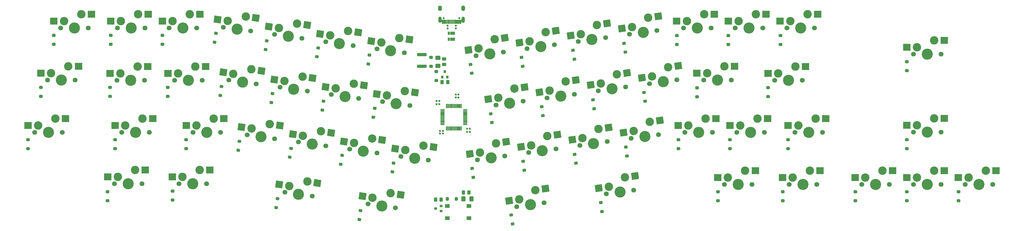
<source format=gbr>
%TF.GenerationSoftware,KiCad,Pcbnew,(5.99.0-9176-ga1730d51ff)*%
%TF.CreationDate,2021-03-09T20:14:39-06:00*%
%TF.ProjectId,Fur Elise,46757220-456c-4697-9365-2e6b69636164,rev?*%
%TF.SameCoordinates,Original*%
%TF.FileFunction,Soldermask,Bot*%
%TF.FilePolarity,Negative*%
%FSLAX46Y46*%
G04 Gerber Fmt 4.6, Leading zero omitted, Abs format (unit mm)*
G04 Created by KiCad (PCBNEW (5.99.0-9176-ga1730d51ff)) date 2021-03-09 20:14:39*
%MOMM*%
%LPD*%
G01*
G04 APERTURE LIST*
G04 Aperture macros list*
%AMRoundRect*
0 Rectangle with rounded corners*
0 $1 Rounding radius*
0 $2 $3 $4 $5 $6 $7 $8 $9 X,Y pos of 4 corners*
0 Add a 4 corners polygon primitive as box body*
4,1,4,$2,$3,$4,$5,$6,$7,$8,$9,$2,$3,0*
0 Add four circle primitives for the rounded corners*
1,1,$1+$1,$2,$3*
1,1,$1+$1,$4,$5*
1,1,$1+$1,$6,$7*
1,1,$1+$1,$8,$9*
0 Add four rect primitives between the rounded corners*
20,1,$1+$1,$2,$3,$4,$5,0*
20,1,$1+$1,$4,$5,$6,$7,0*
20,1,$1+$1,$6,$7,$8,$9,0*
20,1,$1+$1,$8,$9,$2,$3,0*%
G04 Aperture macros list end*
%ADD10C,4.089800*%
%ADD11C,1.803800*%
%ADD12C,3.102000*%
%ADD13RoundRect,0.051000X-1.436558X-1.060389X1.088625X-1.415281X1.436558X1.060389X-1.088625X1.415281X0*%
%ADD14RoundRect,0.051000X-1.088625X-1.415281X1.436558X-1.060389X1.088625X1.415281X-1.436558X1.060389X0*%
%ADD15RoundRect,0.051000X-1.275000X-1.250000X1.275000X-1.250000X1.275000X1.250000X-1.275000X1.250000X0*%
%ADD16RoundRect,0.275500X0.333503X-0.325078X0.410188X0.220559X-0.333503X0.325078X-0.410188X-0.220559X0*%
%ADD17RoundRect,0.275500X0.375500X-0.275500X0.375500X0.275500X-0.375500X0.275500X-0.375500X-0.275500X0*%
%ADD18RoundRect,0.272174X0.478826X-0.353826X0.478826X0.353826X-0.478826X0.353826X-0.478826X-0.353826X0*%
%ADD19RoundRect,0.275500X0.275500X0.375500X-0.275500X0.375500X-0.275500X-0.375500X0.275500X-0.375500X0*%
%ADD20RoundRect,0.275500X0.410188X-0.220559X0.333503X0.325078X-0.410188X0.220559X-0.333503X-0.325078X0*%
%ADD21RoundRect,0.272174X0.353826X0.478826X-0.353826X0.478826X-0.353826X-0.478826X0.353826X-0.478826X0*%
%ADD22RoundRect,0.267896X0.658104X-0.495604X0.658104X0.495604X-0.658104X0.495604X-0.658104X-0.495604X0*%
%ADD23C,0.752000*%
%ADD24RoundRect,0.175500X-0.175500X-0.600500X0.175500X-0.600500X0.175500X0.600500X-0.175500X0.600500X0*%
%ADD25RoundRect,0.100500X-0.100500X-0.675500X0.100500X-0.675500X0.100500X0.675500X-0.100500X0.675500X0*%
%ADD26O,1.402000X2.002000*%
%ADD27O,1.202000X2.302000*%
%ADD28RoundRect,0.051000X0.325000X-0.530000X0.325000X0.530000X-0.325000X0.530000X-0.325000X-0.530000X0*%
%ADD29RoundRect,0.173000X-0.198000X0.173000X-0.198000X-0.173000X0.198000X-0.173000X0.198000X0.173000X0*%
%ADD30RoundRect,0.173000X-0.173000X-0.198000X0.173000X-0.198000X0.173000X0.198000X-0.173000X0.198000X0*%
%ADD31RoundRect,0.051000X-0.150000X0.737500X-0.150000X-0.737500X0.150000X-0.737500X0.150000X0.737500X0*%
%ADD32RoundRect,0.201000X0.000000X0.587500X0.000000X-0.587500X0.000000X-0.587500X0.000000X0.587500X0*%
%ADD33RoundRect,0.201000X-0.587500X0.000000X-0.587500X0.000000X0.587500X0.000000X0.587500X0.000000X0*%
%ADD34RoundRect,0.275500X-0.375500X0.275500X-0.375500X-0.275500X0.375500X-0.275500X0.375500X0.275500X0*%
%ADD35RoundRect,0.272174X-0.353826X-0.478826X0.353826X-0.478826X0.353826X0.478826X-0.353826X0.478826X0*%
%ADD36RoundRect,0.173000X0.173000X0.198000X-0.173000X0.198000X-0.173000X-0.198000X0.173000X-0.198000X0*%
%ADD37RoundRect,0.267896X-0.495604X-0.658104X0.495604X-0.658104X0.495604X0.658104X-0.495604X0.658104X0*%
%ADD38RoundRect,0.051000X0.400000X-0.450000X0.400000X0.450000X-0.400000X0.450000X-0.400000X-0.450000X0*%
%ADD39RoundRect,0.272667X-1.478333X0.340833X-1.478333X-0.340833X1.478333X-0.340833X1.478333X0.340833X0*%
%ADD40RoundRect,0.051000X0.450000X0.400000X-0.450000X0.400000X-0.450000X-0.400000X0.450000X-0.400000X0*%
%ADD41RoundRect,0.051000X-0.775000X-0.650000X0.775000X-0.650000X0.775000X0.650000X-0.775000X0.650000X0*%
G04 APERTURE END LIST*
D10*
%TO.C,SW35*%
X280974800Y-138226800D03*
D11*
X286005362Y-138933799D03*
D12*
X277555378Y-135181270D03*
D11*
X275944238Y-137519801D03*
D12*
X284197080Y-133549738D03*
D13*
X287910586Y-134071637D03*
X273841873Y-134659370D03*
%TD*%
D10*
%TO.C,SW48*%
X323646800Y-155346400D03*
D12*
X319520379Y-153361369D03*
D11*
X328677362Y-154639401D03*
D12*
X325455082Y-149962339D03*
D11*
X318616238Y-156053399D03*
D14*
X329168587Y-149440439D03*
X315806874Y-153883268D03*
%TD*%
D11*
%TO.C,SW43*%
X464820000Y-128587500D03*
D12*
X466090000Y-126047500D03*
D11*
X474980000Y-128587500D03*
D12*
X472440000Y-123507500D03*
D10*
X469900000Y-128587500D03*
D15*
X476190000Y-123507500D03*
X462340000Y-126047500D03*
%TD*%
D10*
%TO.C,SW38*%
X346913200Y-132791200D03*
D12*
X342786779Y-130806169D03*
D11*
X351943762Y-132084201D03*
D12*
X348721482Y-127407139D03*
D11*
X341882638Y-133498199D03*
D14*
X352434987Y-126885239D03*
X339073274Y-131328068D03*
%TD*%
D10*
%TO.C,SW36*%
X309186362Y-138074400D03*
D11*
X304155800Y-138781399D03*
X314216924Y-137367401D03*
D12*
X310994644Y-132690339D03*
X305059941Y-136089369D03*
D14*
X314708149Y-132168439D03*
X301346436Y-136611268D03*
%TD*%
D11*
%TO.C,SW19*%
X222606962Y-110790599D03*
X212545838Y-109376601D03*
D10*
X217576400Y-110083600D03*
D12*
X214156978Y-107038070D03*
X220798680Y-105406538D03*
D13*
X224512186Y-105928437D03*
X210443473Y-106516170D03*
%TD*%
D12*
%TO.C,SW49*%
X358475082Y-145288739D03*
X352540379Y-148687769D03*
D11*
X351636238Y-151379799D03*
D10*
X356666800Y-150672800D03*
D11*
X361697362Y-149965801D03*
D14*
X362188587Y-144766839D03*
X348826874Y-149209668D03*
%TD*%
D10*
%TO.C,SW34*%
X262077200Y-135585200D03*
D11*
X257046638Y-134878201D03*
D12*
X258657778Y-132539670D03*
D11*
X267107762Y-136292199D03*
D12*
X265299480Y-130908138D03*
D13*
X269012986Y-131430037D03*
X254944273Y-132017770D03*
%TD*%
D12*
%TO.C,SW20*%
X233003778Y-109679670D03*
D11*
X241453762Y-113432199D03*
D12*
X239645480Y-108048138D03*
D10*
X236423200Y-112725200D03*
D11*
X231392638Y-112018201D03*
D13*
X243358986Y-108570037D03*
X229290273Y-109157770D03*
%TD*%
D11*
%TO.C,SW25*%
X358749312Y-111905501D03*
X348688188Y-113319499D03*
D12*
X355527032Y-107228439D03*
D10*
X353718750Y-112612500D03*
D12*
X349592329Y-110627469D03*
D14*
X359240537Y-106706539D03*
X345878824Y-111149368D03*
%TD*%
D11*
%TO.C,SW2*%
X171450000Y-90170000D03*
D10*
X176530000Y-90170000D03*
D12*
X172720000Y-87630000D03*
X179070000Y-85090000D03*
D11*
X181610000Y-90170000D03*
D15*
X182820000Y-85090000D03*
X168970000Y-87630000D03*
%TD*%
D11*
%TO.C,SW24*%
X329794438Y-115975749D03*
X339855562Y-114561751D03*
D10*
X334825000Y-115268750D03*
D12*
X336633282Y-109884689D03*
X330698579Y-113283719D03*
D14*
X340346787Y-109362789D03*
X326985074Y-113805618D03*
%TD*%
D10*
%TO.C,SW39*%
X365810800Y-130175000D03*
D11*
X370841362Y-129468001D03*
D12*
X367619082Y-124790939D03*
X361684379Y-128189969D03*
D11*
X360780238Y-130881999D03*
D14*
X371332587Y-124269039D03*
X357970874Y-128711868D03*
%TD*%
D10*
%TO.C,SW28*%
X418744400Y-109423200D03*
D12*
X421284400Y-104343200D03*
D11*
X413664400Y-109423200D03*
D12*
X414934400Y-106883200D03*
D11*
X423824400Y-109423200D03*
D15*
X425034400Y-104343200D03*
X411184400Y-106883200D03*
%TD*%
D11*
%TO.C,SW42*%
X421106600Y-128625600D03*
D12*
X422376600Y-126085600D03*
D11*
X431266600Y-128625600D03*
D12*
X428726600Y-123545600D03*
D10*
X426186600Y-128625600D03*
D15*
X432476600Y-123545600D03*
X418626600Y-126085600D03*
%TD*%
D11*
%TO.C,SW27*%
X387482500Y-109387500D03*
D10*
X392562500Y-109387500D03*
D11*
X397642500Y-109387500D03*
D12*
X388752500Y-106847500D03*
X395102500Y-104307500D03*
D15*
X398852500Y-104307500D03*
X385002500Y-106847500D03*
%TD*%
D12*
%TO.C,SW54*%
X491464600Y-142798800D03*
D11*
X483844600Y-147878800D03*
X494004600Y-147878800D03*
D10*
X488924600Y-147878800D03*
D12*
X485114600Y-145338800D03*
D15*
X495214600Y-142798800D03*
X481364600Y-145338800D03*
%TD*%
D11*
%TO.C,SW29*%
X140970000Y-128625600D03*
D10*
X146050000Y-128625600D03*
D11*
X151130000Y-128625600D03*
D12*
X148590000Y-123545600D03*
X142240000Y-126085600D03*
D15*
X152340000Y-123545600D03*
X138490000Y-126085600D03*
%TD*%
D12*
%TO.C,SW10*%
X348129444Y-89002339D03*
D11*
X341290600Y-95093399D03*
D12*
X342194741Y-92401369D03*
D11*
X351351724Y-93679401D03*
D10*
X346321162Y-94386400D03*
D14*
X351842949Y-88480439D03*
X338481236Y-92923268D03*
%TD*%
D12*
%TO.C,SW30*%
X174345600Y-126085600D03*
D11*
X173075600Y-128625600D03*
X183235600Y-128625600D03*
D12*
X180695600Y-123545600D03*
D10*
X178155600Y-128625600D03*
D15*
X184445600Y-123545600D03*
X170595600Y-126085600D03*
%TD*%
D12*
%TO.C,SW17*%
X172516800Y-106883200D03*
D10*
X176326800Y-109423200D03*
D12*
X178866800Y-104343200D03*
D11*
X171246800Y-109423200D03*
X181406800Y-109423200D03*
D15*
X182616800Y-104343200D03*
X168766800Y-106883200D03*
%TD*%
D11*
%TO.C,SW40*%
X380593600Y-128625600D03*
D10*
X385673600Y-128625600D03*
D11*
X390753600Y-128625600D03*
D12*
X381863600Y-126085600D03*
X388213600Y-123545600D03*
D15*
X391963600Y-123545600D03*
X378113600Y-126085600D03*
%TD*%
D10*
%TO.C,SW26*%
X372575000Y-109968750D03*
D11*
X377605562Y-109261751D03*
X367544438Y-110675749D03*
D12*
X374383282Y-104584689D03*
X368448579Y-107983719D03*
D14*
X378096787Y-104062789D03*
X364735074Y-108505618D03*
%TD*%
D10*
%TO.C,SW7*%
X272136962Y-98552000D03*
D11*
X267106400Y-97845001D03*
X277167524Y-99258999D03*
D12*
X268717540Y-95506470D03*
X275359242Y-93874938D03*
D13*
X279072748Y-94396837D03*
X265004035Y-94984570D03*
%TD*%
D11*
%TO.C,SW15*%
X474980000Y-99771200D03*
D12*
X472440000Y-94691200D03*
D10*
X469900000Y-99771200D03*
D12*
X466090000Y-97231200D03*
D11*
X464820000Y-99771200D03*
D15*
X476190000Y-94691200D03*
X462340000Y-97231200D03*
%TD*%
D12*
%TO.C,SW50*%
X396443200Y-145338800D03*
X402793200Y-142798800D03*
D11*
X395173200Y-147878800D03*
D10*
X400253200Y-147878800D03*
D11*
X405333200Y-147878800D03*
D15*
X406543200Y-142798800D03*
X392693200Y-145338800D03*
%TD*%
D11*
%TO.C,SW45*%
X204311250Y-147637500D03*
D12*
X195421250Y-145097500D03*
X201771250Y-142557500D03*
D11*
X194151250Y-147637500D03*
D10*
X199231250Y-147637500D03*
D15*
X205521250Y-142557500D03*
X191671250Y-145097500D03*
%TD*%
D12*
%TO.C,SW13*%
X400354800Y-87630000D03*
D11*
X409244800Y-90170000D03*
X399084800Y-90170000D03*
D12*
X406704800Y-85090000D03*
D10*
X404164800Y-90170000D03*
D15*
X410454800Y-85090000D03*
X396604800Y-87630000D03*
%TD*%
D12*
%TO.C,SW5*%
X230981250Y-90172470D03*
D11*
X239431234Y-93924999D03*
D10*
X234400672Y-93218000D03*
D11*
X229370110Y-92511001D03*
D12*
X237622952Y-88540938D03*
D13*
X241336458Y-89062837D03*
X227267745Y-89650570D03*
%TD*%
D12*
%TO.C,SW14*%
X425754800Y-85090000D03*
D11*
X428294800Y-90170000D03*
X418134800Y-90170000D03*
D10*
X423214800Y-90170000D03*
D12*
X419404800Y-87630000D03*
D15*
X429504800Y-85090000D03*
X415654800Y-87630000D03*
%TD*%
D11*
%TO.C,SW8*%
X303622400Y-100401999D03*
D10*
X308652962Y-99695000D03*
D11*
X313683524Y-98988001D03*
D12*
X304526541Y-97709969D03*
X310461244Y-94310939D03*
D14*
X314174749Y-93789039D03*
X300813036Y-98231868D03*
%TD*%
D11*
%TO.C,SW44*%
X180498750Y-147637500D03*
X170338750Y-147637500D03*
D10*
X175418750Y-147637500D03*
D12*
X177958750Y-142557500D03*
X171608750Y-145097500D03*
D15*
X181708750Y-142557500D03*
X167858750Y-145097500D03*
%TD*%
D10*
%TO.C,SW31*%
X204368400Y-128625600D03*
D11*
X199288400Y-128625600D03*
D12*
X200558400Y-126085600D03*
X206908400Y-123545600D03*
D11*
X209448400Y-128625600D03*
D15*
X210658400Y-123545600D03*
X196808400Y-126085600D03*
%TD*%
D12*
%TO.C,SW9*%
X323322541Y-95042969D03*
D10*
X327448962Y-97028000D03*
D12*
X329257244Y-91643939D03*
D11*
X322418400Y-97734999D03*
X332479524Y-96321001D03*
D14*
X332970749Y-91122039D03*
X319609036Y-95564868D03*
%TD*%
D10*
%TO.C,SW11*%
X365218762Y-91744800D03*
D11*
X360188200Y-92451799D03*
D12*
X367027044Y-86360739D03*
D11*
X370249324Y-91037801D03*
D12*
X361092341Y-89759769D03*
D14*
X370740549Y-85838839D03*
X357378836Y-90281668D03*
%TD*%
D12*
%TO.C,SW12*%
X381304800Y-87630000D03*
D11*
X390194800Y-90170000D03*
D12*
X387654800Y-85090000D03*
D10*
X385114800Y-90170000D03*
D11*
X380034800Y-90170000D03*
D15*
X391404800Y-85090000D03*
X377554800Y-87630000D03*
%TD*%
D11*
%TO.C,SW21*%
X250288876Y-114714802D03*
D12*
X258541718Y-110744739D03*
D10*
X255319438Y-115421801D03*
D11*
X260350000Y-116128800D03*
D12*
X251900016Y-112376271D03*
D13*
X262255224Y-111266638D03*
X248186511Y-111854371D03*
%TD*%
D12*
%TO.C,SW46*%
X234781778Y-148440070D03*
X241423480Y-146808538D03*
D10*
X238201200Y-151485600D03*
D11*
X243231762Y-152192599D03*
X233170638Y-150778601D03*
D13*
X245136986Y-147330437D03*
X231068273Y-147918170D03*
%TD*%
D11*
%TO.C,SW32*%
X229363362Y-131008999D03*
D12*
X220913378Y-127256470D03*
D11*
X219302238Y-129595001D03*
D10*
X224332800Y-130302000D03*
D12*
X227555080Y-125624938D03*
D13*
X231268586Y-126146837D03*
X217199873Y-126734570D03*
%TD*%
D12*
%TO.C,SW18*%
X200183750Y-104343200D03*
D10*
X197643750Y-109423200D03*
D12*
X193833750Y-106883200D03*
D11*
X202723750Y-109423200D03*
X192563750Y-109423200D03*
D15*
X203933750Y-104343200D03*
X190083750Y-106883200D03*
%TD*%
D11*
%TO.C,SW47*%
X273914962Y-156510599D03*
X263853838Y-155096601D03*
D12*
X272106680Y-151126538D03*
X265464978Y-152758070D03*
D10*
X268884400Y-155803600D03*
D13*
X275820186Y-151648437D03*
X261751473Y-152236170D03*
%TD*%
D11*
%TO.C,SW6*%
X258284384Y-96614929D03*
D10*
X253253822Y-95907930D03*
D11*
X248223260Y-95200931D03*
D12*
X249834400Y-92862400D03*
X256476102Y-91230868D03*
D13*
X260189608Y-91752767D03*
X246120895Y-92340500D03*
%TD*%
D12*
%TO.C,SW1*%
X151765000Y-87630000D03*
D11*
X150495000Y-90170000D03*
D10*
X155575000Y-90170000D03*
D11*
X160655000Y-90170000D03*
D12*
X158115000Y-85090000D03*
D15*
X161865000Y-85090000D03*
X148015000Y-87630000D03*
%TD*%
D12*
%TO.C,SW22*%
X270748178Y-115013670D03*
X277389880Y-113382138D03*
D10*
X274167600Y-118059200D03*
D11*
X269137038Y-117352201D03*
X279198162Y-118766199D03*
D13*
X281103386Y-113904037D03*
X267034673Y-114491770D03*
%TD*%
D12*
%TO.C,SW16*%
X147002500Y-106832400D03*
X153352500Y-104292400D03*
D11*
X145732500Y-109372400D03*
D10*
X150812500Y-109372400D03*
D11*
X155892500Y-109372400D03*
D15*
X157102500Y-104292400D03*
X143252500Y-106832400D03*
%TD*%
D11*
%TO.C,SW3*%
X200660000Y-90170000D03*
D10*
X195580000Y-90170000D03*
D12*
X198120000Y-85090000D03*
X191770000Y-87630000D03*
D11*
X190500000Y-90170000D03*
D15*
X201870000Y-85090000D03*
X188020000Y-87630000D03*
%TD*%
D12*
%TO.C,SW33*%
X239810978Y-129898070D03*
D11*
X238199838Y-132236601D03*
X248260962Y-133650599D03*
D12*
X246452680Y-128266538D03*
D10*
X243230400Y-132943600D03*
D13*
X250166186Y-128788437D03*
X236097473Y-129376170D03*
%TD*%
D11*
%TO.C,SW37*%
X323002600Y-136139799D03*
X333063724Y-134725801D03*
D12*
X323906741Y-133447769D03*
D10*
X328033162Y-135432800D03*
D12*
X329841444Y-130048739D03*
D14*
X333554949Y-129526839D03*
X320193236Y-133969668D03*
%TD*%
D12*
%TO.C,SW23*%
X317784703Y-112500970D03*
D10*
X315976421Y-117885031D03*
D12*
X311850000Y-115900000D03*
D11*
X310945859Y-118592030D03*
X321006983Y-117178032D03*
D14*
X321498208Y-111979070D03*
X308136495Y-116421899D03*
%TD*%
D12*
%TO.C,SW4*%
X212099578Y-87505470D03*
D11*
X220549562Y-91257999D03*
D10*
X215519000Y-90551000D03*
D11*
X210488438Y-89844001D03*
D12*
X218741280Y-85873938D03*
D13*
X222454786Y-86395837D03*
X208386073Y-86983570D03*
%TD*%
D12*
%TO.C,SW53*%
X472440000Y-142798800D03*
D11*
X464820000Y-147878800D03*
X474980000Y-147878800D03*
D10*
X469900000Y-147878800D03*
D12*
X466090000Y-145338800D03*
D15*
X476190000Y-142798800D03*
X462340000Y-145338800D03*
%TD*%
D12*
%TO.C,SW41*%
X400939000Y-126085600D03*
D11*
X409829000Y-128625600D03*
D10*
X404749000Y-128625600D03*
D11*
X399669000Y-128625600D03*
D12*
X407289000Y-123545600D03*
D15*
X411039000Y-123545600D03*
X397189000Y-126085600D03*
%TD*%
D10*
%TO.C,SW52*%
X450850000Y-147878800D03*
D12*
X447040000Y-145338800D03*
D11*
X455930000Y-147878800D03*
D12*
X453390000Y-142798800D03*
D11*
X445770000Y-147878800D03*
D15*
X457140000Y-142798800D03*
X443290000Y-145338800D03*
%TD*%
D11*
%TO.C,SW51*%
X429158400Y-147878800D03*
D12*
X426618400Y-142798800D03*
D10*
X424078400Y-147878800D03*
D12*
X420268400Y-145338800D03*
D11*
X418998400Y-147878800D03*
D15*
X430368400Y-142798800D03*
X416518400Y-145338800D03*
%TD*%
D16*
%TO.C,D35*%
X272770364Y-143233942D03*
X273229636Y-139966058D03*
%TD*%
%TO.C,D5*%
X226020364Y-98133942D03*
X226479636Y-94866058D03*
%TD*%
D17*
%TO.C,D14*%
X415800000Y-96250000D03*
X415800000Y-92950000D03*
%TD*%
D16*
%TO.C,D32*%
X215970364Y-135233942D03*
X216429636Y-131966058D03*
%TD*%
D17*
%TO.C,D1*%
X148000000Y-96106250D03*
X148000000Y-92806250D03*
%TD*%
D16*
%TO.C,D47*%
X260570364Y-160833942D03*
X261029636Y-157566058D03*
%TD*%
D17*
%TO.C,D44*%
X167800000Y-153850000D03*
X167800000Y-150550000D03*
%TD*%
D18*
%TO.C,CSI1*%
X291872750Y-103637500D03*
X291872750Y-101587500D03*
%TD*%
D19*
%TO.C,DRST1*%
X296325000Y-153250000D03*
X293025000Y-153250000D03*
%TD*%
D16*
%TO.C,D20*%
X228170364Y-117633942D03*
X228629636Y-114366058D03*
%TD*%
D17*
%TO.C,D53*%
X462400000Y-153850000D03*
X462400000Y-150550000D03*
%TD*%
D20*
%TO.C,D9*%
X320829636Y-104233942D03*
X320370364Y-100966058D03*
%TD*%
D17*
%TO.C,D27*%
X385050000Y-115500000D03*
X385050000Y-112200000D03*
%TD*%
%TO.C,D42*%
X418600000Y-134650000D03*
X418600000Y-131350000D03*
%TD*%
%TO.C,D31*%
X196800000Y-134650000D03*
X196800000Y-131350000D03*
%TD*%
D20*
%TO.C,D36*%
X302629636Y-145233942D03*
X302170364Y-141966058D03*
%TD*%
%TO.C,D37*%
X321429636Y-142633942D03*
X320970364Y-139366058D03*
%TD*%
D16*
%TO.C,D34*%
X253770364Y-140433942D03*
X254229636Y-137166058D03*
%TD*%
%TO.C,D6*%
X244970364Y-100758942D03*
X245429636Y-97491058D03*
%TD*%
D17*
%TO.C,D28*%
X411200000Y-115450000D03*
X411200000Y-112150000D03*
%TD*%
%TO.C,D13*%
X396600000Y-96250000D03*
X396600000Y-92950000D03*
%TD*%
%TO.C,D15*%
X462400000Y-105850000D03*
X462400000Y-102550000D03*
%TD*%
%TO.C,D40*%
X378200000Y-134650000D03*
X378200000Y-131350000D03*
%TD*%
D21*
%TO.C,CRST1*%
X290750000Y-153450000D03*
X288700000Y-153450000D03*
%TD*%
D17*
%TO.C,D16*%
X143250000Y-115400000D03*
X143250000Y-112100000D03*
%TD*%
D22*
%TO.C,RF1*%
X289586750Y-104100000D03*
X289586750Y-101125000D03*
%TD*%
D23*
%TO.C,J1*%
X291685000Y-86496500D03*
X297465000Y-86496500D03*
D24*
X291325000Y-87822500D03*
X292125000Y-87822500D03*
D25*
X293325000Y-87822500D03*
X294321000Y-87822500D03*
X294825000Y-87822500D03*
X295825000Y-87822500D03*
D24*
X297825000Y-87822500D03*
X297025000Y-87822500D03*
D25*
X296325000Y-87822500D03*
X295325000Y-87822500D03*
X293825000Y-87822500D03*
X292825000Y-87822500D03*
D26*
X298875000Y-82847500D03*
D27*
X290275000Y-87047500D03*
X298875000Y-87047500D03*
D26*
X290275000Y-82847500D03*
%TD*%
D20*
%TO.C,D10*%
X339829636Y-101633942D03*
X339370364Y-98366058D03*
%TD*%
D17*
%TO.C,D2*%
X169000000Y-96150000D03*
X169000000Y-92850000D03*
%TD*%
D28*
%TO.C,U2*%
X295475000Y-94275000D03*
X294525000Y-94275000D03*
X293575000Y-94275000D03*
X293575000Y-92075000D03*
X294525000Y-92075000D03*
X295475000Y-92075000D03*
%TD*%
D29*
%TO.C,C3*%
X290275000Y-128140000D03*
X290275000Y-129110000D03*
%TD*%
D30*
%TO.C,C6*%
X296150000Y-115828500D03*
X297120000Y-115828500D03*
%TD*%
D31*
%TO.C,U3*%
X292675000Y-118887500D03*
D32*
X293175000Y-118887500D03*
X293675000Y-118887500D03*
X294175000Y-118887500D03*
X294675000Y-118887500D03*
X295175000Y-118887500D03*
X295675000Y-118887500D03*
X296175000Y-118887500D03*
X296675000Y-118887500D03*
X297175000Y-118887500D03*
X297675000Y-118887500D03*
X298175000Y-118887500D03*
D33*
X299587500Y-120300000D03*
X299587500Y-120800000D03*
X299587500Y-121300000D03*
X299587500Y-121800000D03*
X299587500Y-122300000D03*
X299587500Y-122800000D03*
X299587500Y-123300000D03*
X299587500Y-123800000D03*
X299587500Y-124300000D03*
X299587500Y-124800000D03*
X299587500Y-125300000D03*
X299587500Y-125800000D03*
D32*
X298175000Y-127212500D03*
X297675000Y-127212500D03*
X297175000Y-127212500D03*
X296675000Y-127212500D03*
X296175000Y-127212500D03*
X295675000Y-127212500D03*
X295175000Y-127212500D03*
X294675000Y-127212500D03*
X294175000Y-127212500D03*
X293675000Y-127212500D03*
X293175000Y-127212500D03*
X292675000Y-127212500D03*
D33*
X291262500Y-125800000D03*
X291262500Y-125300000D03*
X291262500Y-124800000D03*
X291262500Y-124300000D03*
X291262500Y-123800000D03*
X291262500Y-123300000D03*
X291262500Y-122800000D03*
X291262500Y-122300000D03*
X291262500Y-121800000D03*
X291262500Y-121300000D03*
X291262500Y-120800000D03*
X291262500Y-120300000D03*
%TD*%
D20*
%TO.C,D25*%
X347129636Y-119933942D03*
X346670364Y-116666058D03*
%TD*%
%TO.C,D26*%
X365929636Y-117158942D03*
X365470364Y-113891058D03*
%TD*%
D17*
%TO.C,D12*%
X377600000Y-96250000D03*
X377600000Y-92950000D03*
%TD*%
D34*
%TO.C,DLD1*%
X288967750Y-106204500D03*
X288967750Y-109504500D03*
%TD*%
D16*
%TO.C,D22*%
X265770364Y-123033942D03*
X266229636Y-119766058D03*
%TD*%
D29*
%TO.C,C4*%
X291450000Y-128140000D03*
X291450000Y-129110000D03*
%TD*%
D17*
%TO.C,D30*%
X170600000Y-134650000D03*
X170600000Y-131350000D03*
%TD*%
D16*
%TO.C,D33*%
X234970364Y-137833942D03*
X235429636Y-134566058D03*
%TD*%
%TO.C,D19*%
X209370364Y-115033942D03*
X209829636Y-111766058D03*
%TD*%
D35*
%TO.C,CRST2*%
X298925000Y-150825000D03*
X300975000Y-150825000D03*
%TD*%
D16*
%TO.C,D21*%
X246970364Y-120433942D03*
X247429636Y-117166058D03*
%TD*%
D36*
%TO.C,C1*%
X290035000Y-118275000D03*
X289065000Y-118275000D03*
%TD*%
D16*
%TO.C,D7*%
X263870364Y-103433942D03*
X264329636Y-100166058D03*
%TD*%
%TO.C,D4*%
X207270364Y-95383942D03*
X207729636Y-92116058D03*
%TD*%
D30*
%TO.C,C5*%
X296150000Y-114685500D03*
X297120000Y-114685500D03*
%TD*%
D20*
%TO.C,D24*%
X328279636Y-122458942D03*
X327820364Y-119191058D03*
%TD*%
D37*
%TO.C,RRST1*%
X298912500Y-153250000D03*
X301887500Y-153250000D03*
%TD*%
D35*
%TO.C,CS1*%
X291117750Y-110140500D03*
X293167750Y-110140500D03*
%TD*%
D30*
%TO.C,C7*%
X300340000Y-127322000D03*
X301310000Y-127322000D03*
%TD*%
D20*
%TO.C,D39*%
X359229636Y-137365192D03*
X358770364Y-134097308D03*
%TD*%
D38*
%TO.C,U1*%
X293031750Y-108219500D03*
X291131750Y-108219500D03*
X292081750Y-106219500D03*
%TD*%
D17*
%TO.C,D54*%
X481400000Y-153850000D03*
X481400000Y-150550000D03*
%TD*%
%TO.C,D17*%
X168750000Y-115400000D03*
X168750000Y-112100000D03*
%TD*%
D29*
%TO.C,R1*%
X293116000Y-89304000D03*
X293116000Y-90274000D03*
%TD*%
D17*
%TO.C,DF1*%
X287046750Y-104239100D03*
X287046750Y-100939100D03*
%TD*%
D20*
%TO.C,D48*%
X317029636Y-162433942D03*
X316570364Y-159166058D03*
%TD*%
D16*
%TO.C,D46*%
X229970364Y-156433942D03*
X230429636Y-153166058D03*
%TD*%
D39*
%TO.C,F1*%
X283617750Y-99967000D03*
X283617750Y-104242000D03*
%TD*%
D20*
%TO.C,D49*%
X350029636Y-157833942D03*
X349570364Y-154566058D03*
%TD*%
D40*
%TO.C,QRST1*%
X290725000Y-155825000D03*
X290725000Y-157725000D03*
X288725000Y-156775000D03*
%TD*%
D17*
%TO.C,D18*%
X190000000Y-115400000D03*
X190000000Y-112100000D03*
%TD*%
%TO.C,D52*%
X443400000Y-153850000D03*
X443400000Y-150550000D03*
%TD*%
D41*
%TO.C,SWRST1*%
X301000000Y-160325000D03*
X293050000Y-160325000D03*
X301000000Y-155825000D03*
X293050000Y-155825000D03*
%TD*%
D17*
%TO.C,D45*%
X191800000Y-153650000D03*
X191800000Y-150350000D03*
%TD*%
D20*
%TO.C,D38*%
X340429636Y-140033942D03*
X339970364Y-136766058D03*
%TD*%
D17*
%TO.C,D43*%
X462400000Y-134650000D03*
X462400000Y-131350000D03*
%TD*%
D20*
%TO.C,D23*%
X309487307Y-125056473D03*
X309028035Y-121788589D03*
%TD*%
D17*
%TO.C,D51*%
X416600000Y-153850000D03*
X416600000Y-150550000D03*
%TD*%
D20*
%TO.C,D8*%
X302029636Y-106833942D03*
X301570364Y-103566058D03*
%TD*%
D17*
%TO.C,D29*%
X138500000Y-134650000D03*
X138500000Y-131350000D03*
%TD*%
D30*
%TO.C,C8*%
X300340000Y-128472000D03*
X301310000Y-128472000D03*
%TD*%
D29*
%TO.C,R2*%
X296164000Y-89304000D03*
X296164000Y-90274000D03*
%TD*%
D36*
%TO.C,C2*%
X290035000Y-117100000D03*
X289065000Y-117100000D03*
%TD*%
D17*
%TO.C,D41*%
X397200000Y-134650000D03*
X397200000Y-131350000D03*
%TD*%
%TO.C,D3*%
X188000000Y-96150000D03*
X188000000Y-92850000D03*
%TD*%
%TO.C,D50*%
X392800000Y-153850000D03*
X392800000Y-150550000D03*
%TD*%
D20*
%TO.C,D11*%
X358629636Y-99033942D03*
X358170364Y-95766058D03*
%TD*%
G36*
X297326728Y-126493781D02*
G01*
X297344138Y-126508389D01*
X297344915Y-126507463D01*
X297346794Y-126506778D01*
X297347827Y-126507300D01*
X297371273Y-126529652D01*
X297439281Y-126542753D01*
X297503755Y-126516934D01*
X297515109Y-126505934D01*
X297517049Y-126505447D01*
X297518441Y-126506883D01*
X297518164Y-126508481D01*
X297491184Y-126548860D01*
X297476000Y-126625194D01*
X297476000Y-127799806D01*
X297491184Y-127876140D01*
X297526221Y-127928576D01*
X297526352Y-127930572D01*
X297524689Y-127931683D01*
X297523272Y-127931219D01*
X297505862Y-127916611D01*
X297505085Y-127917537D01*
X297503206Y-127918222D01*
X297502173Y-127917700D01*
X297478727Y-127895348D01*
X297410719Y-127882247D01*
X297346245Y-127908066D01*
X297334891Y-127919066D01*
X297332951Y-127919553D01*
X297331559Y-127918117D01*
X297331836Y-127916519D01*
X297358816Y-127876140D01*
X297374000Y-127799806D01*
X297374000Y-126625194D01*
X297358816Y-126548860D01*
X297323779Y-126496424D01*
X297323648Y-126494428D01*
X297325311Y-126493317D01*
X297326728Y-126493781D01*
G37*
G36*
X296826728Y-126493781D02*
G01*
X296844138Y-126508389D01*
X296844915Y-126507463D01*
X296846794Y-126506778D01*
X296847827Y-126507300D01*
X296871273Y-126529652D01*
X296939281Y-126542753D01*
X297003755Y-126516934D01*
X297015109Y-126505934D01*
X297017049Y-126505447D01*
X297018441Y-126506883D01*
X297018164Y-126508481D01*
X296991184Y-126548860D01*
X296976000Y-126625194D01*
X296976000Y-127799806D01*
X296991184Y-127876140D01*
X297026221Y-127928576D01*
X297026352Y-127930572D01*
X297024689Y-127931683D01*
X297023272Y-127931219D01*
X297005862Y-127916611D01*
X297005085Y-127917537D01*
X297003206Y-127918222D01*
X297002173Y-127917700D01*
X296978727Y-127895348D01*
X296910719Y-127882247D01*
X296846245Y-127908066D01*
X296834891Y-127919066D01*
X296832951Y-127919553D01*
X296831559Y-127918117D01*
X296831836Y-127916519D01*
X296858816Y-127876140D01*
X296874000Y-127799806D01*
X296874000Y-126625194D01*
X296858816Y-126548860D01*
X296823779Y-126496424D01*
X296823648Y-126494428D01*
X296825311Y-126493317D01*
X296826728Y-126493781D01*
G37*
G36*
X294826728Y-126493781D02*
G01*
X294844138Y-126508389D01*
X294844915Y-126507463D01*
X294846794Y-126506778D01*
X294847827Y-126507300D01*
X294871273Y-126529652D01*
X294939281Y-126542753D01*
X295003755Y-126516934D01*
X295015109Y-126505934D01*
X295017049Y-126505447D01*
X295018441Y-126506883D01*
X295018164Y-126508481D01*
X294991184Y-126548860D01*
X294976000Y-126625194D01*
X294976000Y-127799806D01*
X294991184Y-127876140D01*
X295026221Y-127928576D01*
X295026352Y-127930572D01*
X295024689Y-127931683D01*
X295023272Y-127931219D01*
X295005862Y-127916611D01*
X295005085Y-127917537D01*
X295003206Y-127918222D01*
X295002173Y-127917700D01*
X294978727Y-127895348D01*
X294910719Y-127882247D01*
X294846245Y-127908066D01*
X294834891Y-127919066D01*
X294832951Y-127919553D01*
X294831559Y-127918117D01*
X294831836Y-127916519D01*
X294858816Y-127876140D01*
X294874000Y-127799806D01*
X294874000Y-126625194D01*
X294858816Y-126548860D01*
X294823779Y-126496424D01*
X294823648Y-126494428D01*
X294825311Y-126493317D01*
X294826728Y-126493781D01*
G37*
G36*
X296326728Y-126493781D02*
G01*
X296344138Y-126508389D01*
X296344915Y-126507463D01*
X296346794Y-126506778D01*
X296347827Y-126507300D01*
X296371273Y-126529652D01*
X296439281Y-126542753D01*
X296503755Y-126516934D01*
X296515109Y-126505934D01*
X296517049Y-126505447D01*
X296518441Y-126506883D01*
X296518164Y-126508481D01*
X296491184Y-126548860D01*
X296476000Y-126625194D01*
X296476000Y-127799806D01*
X296491184Y-127876140D01*
X296526221Y-127928576D01*
X296526352Y-127930572D01*
X296524689Y-127931683D01*
X296523272Y-127931219D01*
X296505862Y-127916611D01*
X296505085Y-127917537D01*
X296503206Y-127918222D01*
X296502173Y-127917700D01*
X296478727Y-127895348D01*
X296410719Y-127882247D01*
X296346245Y-127908066D01*
X296334891Y-127919066D01*
X296332951Y-127919553D01*
X296331559Y-127918117D01*
X296331836Y-127916519D01*
X296358816Y-127876140D01*
X296374000Y-127799806D01*
X296374000Y-126625194D01*
X296358816Y-126548860D01*
X296323779Y-126496424D01*
X296323648Y-126494428D01*
X296325311Y-126493317D01*
X296326728Y-126493781D01*
G37*
G36*
X293826728Y-126493781D02*
G01*
X293844138Y-126508389D01*
X293844915Y-126507463D01*
X293846794Y-126506778D01*
X293847827Y-126507300D01*
X293871273Y-126529652D01*
X293939281Y-126542753D01*
X294003755Y-126516934D01*
X294015109Y-126505934D01*
X294017049Y-126505447D01*
X294018441Y-126506883D01*
X294018164Y-126508481D01*
X293991184Y-126548860D01*
X293976000Y-126625194D01*
X293976000Y-127799806D01*
X293991184Y-127876140D01*
X294026221Y-127928576D01*
X294026352Y-127930572D01*
X294024689Y-127931683D01*
X294023272Y-127931219D01*
X294005862Y-127916611D01*
X294005085Y-127917537D01*
X294003206Y-127918222D01*
X294002173Y-127917700D01*
X293978727Y-127895348D01*
X293910719Y-127882247D01*
X293846245Y-127908066D01*
X293834891Y-127919066D01*
X293832951Y-127919553D01*
X293831559Y-127918117D01*
X293831836Y-127916519D01*
X293858816Y-127876140D01*
X293874000Y-127799806D01*
X293874000Y-126625194D01*
X293858816Y-126548860D01*
X293823779Y-126496424D01*
X293823648Y-126494428D01*
X293825311Y-126493317D01*
X293826728Y-126493781D01*
G37*
G36*
X297826728Y-126493781D02*
G01*
X297844138Y-126508389D01*
X297844915Y-126507463D01*
X297846794Y-126506778D01*
X297847827Y-126507300D01*
X297871273Y-126529652D01*
X297939281Y-126542753D01*
X298003755Y-126516934D01*
X298015109Y-126505934D01*
X298017049Y-126505447D01*
X298018441Y-126506883D01*
X298018164Y-126508481D01*
X297991184Y-126548860D01*
X297976000Y-126625194D01*
X297976000Y-127799806D01*
X297991184Y-127876140D01*
X298026221Y-127928576D01*
X298026352Y-127930572D01*
X298024689Y-127931683D01*
X298023272Y-127931219D01*
X298005862Y-127916611D01*
X298005085Y-127917537D01*
X298003206Y-127918222D01*
X298002173Y-127917700D01*
X297978727Y-127895348D01*
X297910719Y-127882247D01*
X297846245Y-127908066D01*
X297834891Y-127919066D01*
X297832951Y-127919553D01*
X297831559Y-127918117D01*
X297831836Y-127916519D01*
X297858816Y-127876140D01*
X297874000Y-127799806D01*
X297874000Y-126625194D01*
X297858816Y-126548860D01*
X297823779Y-126496424D01*
X297823648Y-126494428D01*
X297825311Y-126493317D01*
X297826728Y-126493781D01*
G37*
G36*
X295326728Y-126493781D02*
G01*
X295344138Y-126508389D01*
X295344915Y-126507463D01*
X295346794Y-126506778D01*
X295347827Y-126507300D01*
X295371273Y-126529652D01*
X295439281Y-126542753D01*
X295503755Y-126516934D01*
X295515109Y-126505934D01*
X295517049Y-126505447D01*
X295518441Y-126506883D01*
X295518164Y-126508481D01*
X295491184Y-126548860D01*
X295476000Y-126625194D01*
X295476000Y-127799806D01*
X295491184Y-127876140D01*
X295526221Y-127928576D01*
X295526352Y-127930572D01*
X295524689Y-127931683D01*
X295523272Y-127931219D01*
X295505862Y-127916611D01*
X295505085Y-127917537D01*
X295503206Y-127918222D01*
X295502173Y-127917700D01*
X295478727Y-127895348D01*
X295410719Y-127882247D01*
X295346245Y-127908066D01*
X295334891Y-127919066D01*
X295332951Y-127919553D01*
X295331559Y-127918117D01*
X295331836Y-127916519D01*
X295358816Y-127876140D01*
X295374000Y-127799806D01*
X295374000Y-126625194D01*
X295358816Y-126548860D01*
X295323779Y-126496424D01*
X295323648Y-126494428D01*
X295325311Y-126493317D01*
X295326728Y-126493781D01*
G37*
G36*
X294326728Y-126493781D02*
G01*
X294344138Y-126508389D01*
X294344915Y-126507463D01*
X294346794Y-126506778D01*
X294347827Y-126507300D01*
X294371273Y-126529652D01*
X294439281Y-126542753D01*
X294503755Y-126516934D01*
X294515109Y-126505934D01*
X294517049Y-126505447D01*
X294518441Y-126506883D01*
X294518164Y-126508481D01*
X294491184Y-126548860D01*
X294476000Y-126625194D01*
X294476000Y-127799806D01*
X294491184Y-127876140D01*
X294526221Y-127928576D01*
X294526352Y-127930572D01*
X294524689Y-127931683D01*
X294523272Y-127931219D01*
X294505862Y-127916611D01*
X294505085Y-127917537D01*
X294503206Y-127918222D01*
X294502173Y-127917700D01*
X294478727Y-127895348D01*
X294410719Y-127882247D01*
X294346245Y-127908066D01*
X294334891Y-127919066D01*
X294332951Y-127919553D01*
X294331559Y-127918117D01*
X294331836Y-127916519D01*
X294358816Y-127876140D01*
X294374000Y-127799806D01*
X294374000Y-126625194D01*
X294358816Y-126548860D01*
X294323779Y-126496424D01*
X294323648Y-126494428D01*
X294325311Y-126493317D01*
X294326728Y-126493781D01*
G37*
G36*
X295826728Y-126493781D02*
G01*
X295844138Y-126508389D01*
X295844915Y-126507463D01*
X295846794Y-126506778D01*
X295847827Y-126507300D01*
X295871273Y-126529652D01*
X295939281Y-126542753D01*
X296003755Y-126516934D01*
X296015109Y-126505934D01*
X296017049Y-126505447D01*
X296018441Y-126506883D01*
X296018164Y-126508481D01*
X295991184Y-126548860D01*
X295976000Y-126625194D01*
X295976000Y-127799806D01*
X295991184Y-127876140D01*
X296026221Y-127928576D01*
X296026352Y-127930572D01*
X296024689Y-127931683D01*
X296023272Y-127931219D01*
X296005862Y-127916611D01*
X296005085Y-127917537D01*
X296003206Y-127918222D01*
X296002173Y-127917700D01*
X295978727Y-127895348D01*
X295910719Y-127882247D01*
X295846245Y-127908066D01*
X295834891Y-127919066D01*
X295832951Y-127919553D01*
X295831559Y-127918117D01*
X295831836Y-127916519D01*
X295858816Y-127876140D01*
X295874000Y-127799806D01*
X295874000Y-126625194D01*
X295858816Y-126548860D01*
X295823779Y-126496424D01*
X295823648Y-126494428D01*
X295825311Y-126493317D01*
X295826728Y-126493781D01*
G37*
G36*
X292826728Y-126493781D02*
G01*
X292844138Y-126508389D01*
X292844915Y-126507463D01*
X292846794Y-126506778D01*
X292847827Y-126507300D01*
X292871273Y-126529652D01*
X292939281Y-126542753D01*
X293003755Y-126516934D01*
X293015109Y-126505934D01*
X293017049Y-126505447D01*
X293018441Y-126506883D01*
X293018164Y-126508481D01*
X292991184Y-126548860D01*
X292976000Y-126625194D01*
X292976000Y-127799806D01*
X292991184Y-127876140D01*
X293026221Y-127928576D01*
X293026352Y-127930572D01*
X293024689Y-127931683D01*
X293023272Y-127931219D01*
X293005862Y-127916611D01*
X293005085Y-127917537D01*
X293003206Y-127918222D01*
X293002173Y-127917700D01*
X292978727Y-127895348D01*
X292910719Y-127882247D01*
X292846245Y-127908066D01*
X292834891Y-127919066D01*
X292832951Y-127919553D01*
X292831559Y-127918117D01*
X292831836Y-127916519D01*
X292858816Y-127876140D01*
X292874000Y-127799806D01*
X292874000Y-126625194D01*
X292858816Y-126548860D01*
X292823779Y-126496424D01*
X292823648Y-126494428D01*
X292825311Y-126493317D01*
X292826728Y-126493781D01*
G37*
G36*
X293326728Y-126493781D02*
G01*
X293344138Y-126508389D01*
X293344915Y-126507463D01*
X293346794Y-126506778D01*
X293347827Y-126507300D01*
X293371273Y-126529652D01*
X293439281Y-126542753D01*
X293503755Y-126516934D01*
X293515109Y-126505934D01*
X293517049Y-126505447D01*
X293518441Y-126506883D01*
X293518164Y-126508481D01*
X293491184Y-126548860D01*
X293476000Y-126625194D01*
X293476000Y-127799806D01*
X293491184Y-127876140D01*
X293526221Y-127928576D01*
X293526352Y-127930572D01*
X293524689Y-127931683D01*
X293523272Y-127931219D01*
X293505862Y-127916611D01*
X293505085Y-127917537D01*
X293503206Y-127918222D01*
X293502173Y-127917700D01*
X293478727Y-127895348D01*
X293410719Y-127882247D01*
X293346245Y-127908066D01*
X293334891Y-127919066D01*
X293332951Y-127919553D01*
X293331559Y-127918117D01*
X293331836Y-127916519D01*
X293358816Y-127876140D01*
X293374000Y-127799806D01*
X293374000Y-126625194D01*
X293358816Y-126548860D01*
X293323779Y-126496424D01*
X293323648Y-126494428D01*
X293325311Y-126493317D01*
X293326728Y-126493781D01*
G37*
G36*
X300306681Y-125450312D02*
G01*
X300306217Y-125451729D01*
X300291611Y-125469137D01*
X300292537Y-125469914D01*
X300293222Y-125471793D01*
X300292699Y-125472826D01*
X300270352Y-125496262D01*
X300257245Y-125564270D01*
X300283058Y-125628747D01*
X300294065Y-125640109D01*
X300294552Y-125642049D01*
X300293116Y-125643441D01*
X300291518Y-125643164D01*
X300251140Y-125616184D01*
X300174806Y-125601000D01*
X299000194Y-125601000D01*
X298923860Y-125616184D01*
X298871426Y-125651220D01*
X298869430Y-125651351D01*
X298868319Y-125649688D01*
X298868783Y-125648271D01*
X298883389Y-125630863D01*
X298882463Y-125630086D01*
X298881778Y-125628207D01*
X298882301Y-125627174D01*
X298904648Y-125603738D01*
X298917755Y-125535730D01*
X298891942Y-125471253D01*
X298880935Y-125459891D01*
X298880448Y-125457951D01*
X298881884Y-125456559D01*
X298883482Y-125456836D01*
X298923860Y-125483816D01*
X299000194Y-125499000D01*
X300174806Y-125499000D01*
X300251140Y-125483816D01*
X300303574Y-125448780D01*
X300305570Y-125448649D01*
X300306681Y-125450312D01*
G37*
G36*
X291981681Y-125450312D02*
G01*
X291981217Y-125451729D01*
X291966611Y-125469137D01*
X291967537Y-125469914D01*
X291968222Y-125471793D01*
X291967699Y-125472826D01*
X291945352Y-125496262D01*
X291932245Y-125564270D01*
X291958058Y-125628747D01*
X291969065Y-125640109D01*
X291969552Y-125642049D01*
X291968116Y-125643441D01*
X291966518Y-125643164D01*
X291926140Y-125616184D01*
X291849806Y-125601000D01*
X290675194Y-125601000D01*
X290598860Y-125616184D01*
X290546426Y-125651220D01*
X290544430Y-125651351D01*
X290543319Y-125649688D01*
X290543783Y-125648271D01*
X290558389Y-125630863D01*
X290557463Y-125630086D01*
X290556778Y-125628207D01*
X290557301Y-125627174D01*
X290579648Y-125603738D01*
X290592755Y-125535730D01*
X290566942Y-125471253D01*
X290555935Y-125459891D01*
X290555448Y-125457951D01*
X290556884Y-125456559D01*
X290558482Y-125456836D01*
X290598860Y-125483816D01*
X290675194Y-125499000D01*
X291849806Y-125499000D01*
X291926140Y-125483816D01*
X291978574Y-125448780D01*
X291980570Y-125448649D01*
X291981681Y-125450312D01*
G37*
G36*
X291981681Y-124950312D02*
G01*
X291981217Y-124951729D01*
X291966611Y-124969137D01*
X291967537Y-124969914D01*
X291968222Y-124971793D01*
X291967699Y-124972826D01*
X291945352Y-124996262D01*
X291932245Y-125064270D01*
X291958058Y-125128747D01*
X291969065Y-125140109D01*
X291969552Y-125142049D01*
X291968116Y-125143441D01*
X291966518Y-125143164D01*
X291926140Y-125116184D01*
X291849806Y-125101000D01*
X290675194Y-125101000D01*
X290598860Y-125116184D01*
X290546426Y-125151220D01*
X290544430Y-125151351D01*
X290543319Y-125149688D01*
X290543783Y-125148271D01*
X290558389Y-125130863D01*
X290557463Y-125130086D01*
X290556778Y-125128207D01*
X290557301Y-125127174D01*
X290579648Y-125103738D01*
X290592755Y-125035730D01*
X290566942Y-124971253D01*
X290555935Y-124959891D01*
X290555448Y-124957951D01*
X290556884Y-124956559D01*
X290558482Y-124956836D01*
X290598860Y-124983816D01*
X290675194Y-124999000D01*
X291849806Y-124999000D01*
X291926140Y-124983816D01*
X291978574Y-124948780D01*
X291980570Y-124948649D01*
X291981681Y-124950312D01*
G37*
G36*
X300306681Y-124950312D02*
G01*
X300306217Y-124951729D01*
X300291611Y-124969137D01*
X300292537Y-124969914D01*
X300293222Y-124971793D01*
X300292699Y-124972826D01*
X300270352Y-124996262D01*
X300257245Y-125064270D01*
X300283058Y-125128747D01*
X300294065Y-125140109D01*
X300294552Y-125142049D01*
X300293116Y-125143441D01*
X300291518Y-125143164D01*
X300251140Y-125116184D01*
X300174806Y-125101000D01*
X299000194Y-125101000D01*
X298923860Y-125116184D01*
X298871426Y-125151220D01*
X298869430Y-125151351D01*
X298868319Y-125149688D01*
X298868783Y-125148271D01*
X298883389Y-125130863D01*
X298882463Y-125130086D01*
X298881778Y-125128207D01*
X298882301Y-125127174D01*
X298904648Y-125103738D01*
X298917755Y-125035730D01*
X298891942Y-124971253D01*
X298880935Y-124959891D01*
X298880448Y-124957951D01*
X298881884Y-124956559D01*
X298883482Y-124956836D01*
X298923860Y-124983816D01*
X299000194Y-124999000D01*
X300174806Y-124999000D01*
X300251140Y-124983816D01*
X300303574Y-124948780D01*
X300305570Y-124948649D01*
X300306681Y-124950312D01*
G37*
G36*
X300306681Y-124450312D02*
G01*
X300306217Y-124451729D01*
X300291611Y-124469137D01*
X300292537Y-124469914D01*
X300293222Y-124471793D01*
X300292699Y-124472826D01*
X300270352Y-124496262D01*
X300257245Y-124564270D01*
X300283058Y-124628747D01*
X300294065Y-124640109D01*
X300294552Y-124642049D01*
X300293116Y-124643441D01*
X300291518Y-124643164D01*
X300251140Y-124616184D01*
X300174806Y-124601000D01*
X299000194Y-124601000D01*
X298923860Y-124616184D01*
X298871426Y-124651220D01*
X298869430Y-124651351D01*
X298868319Y-124649688D01*
X298868783Y-124648271D01*
X298883389Y-124630863D01*
X298882463Y-124630086D01*
X298881778Y-124628207D01*
X298882301Y-124627174D01*
X298904648Y-124603738D01*
X298917755Y-124535730D01*
X298891942Y-124471253D01*
X298880935Y-124459891D01*
X298880448Y-124457951D01*
X298881884Y-124456559D01*
X298883482Y-124456836D01*
X298923860Y-124483816D01*
X299000194Y-124499000D01*
X300174806Y-124499000D01*
X300251140Y-124483816D01*
X300303574Y-124448780D01*
X300305570Y-124448649D01*
X300306681Y-124450312D01*
G37*
G36*
X291981681Y-124450312D02*
G01*
X291981217Y-124451729D01*
X291966611Y-124469137D01*
X291967537Y-124469914D01*
X291968222Y-124471793D01*
X291967699Y-124472826D01*
X291945352Y-124496262D01*
X291932245Y-124564270D01*
X291958058Y-124628747D01*
X291969065Y-124640109D01*
X291969552Y-124642049D01*
X291968116Y-124643441D01*
X291966518Y-124643164D01*
X291926140Y-124616184D01*
X291849806Y-124601000D01*
X290675194Y-124601000D01*
X290598860Y-124616184D01*
X290546426Y-124651220D01*
X290544430Y-124651351D01*
X290543319Y-124649688D01*
X290543783Y-124648271D01*
X290558389Y-124630863D01*
X290557463Y-124630086D01*
X290556778Y-124628207D01*
X290557301Y-124627174D01*
X290579648Y-124603738D01*
X290592755Y-124535730D01*
X290566942Y-124471253D01*
X290555935Y-124459891D01*
X290555448Y-124457951D01*
X290556884Y-124456559D01*
X290558482Y-124456836D01*
X290598860Y-124483816D01*
X290675194Y-124499000D01*
X291849806Y-124499000D01*
X291926140Y-124483816D01*
X291978574Y-124448780D01*
X291980570Y-124448649D01*
X291981681Y-124450312D01*
G37*
G36*
X300306681Y-123950312D02*
G01*
X300306217Y-123951729D01*
X300291611Y-123969137D01*
X300292537Y-123969914D01*
X300293222Y-123971793D01*
X300292699Y-123972826D01*
X300270352Y-123996262D01*
X300257245Y-124064270D01*
X300283058Y-124128747D01*
X300294065Y-124140109D01*
X300294552Y-124142049D01*
X300293116Y-124143441D01*
X300291518Y-124143164D01*
X300251140Y-124116184D01*
X300174806Y-124101000D01*
X299000194Y-124101000D01*
X298923860Y-124116184D01*
X298871426Y-124151220D01*
X298869430Y-124151351D01*
X298868319Y-124149688D01*
X298868783Y-124148271D01*
X298883389Y-124130863D01*
X298882463Y-124130086D01*
X298881778Y-124128207D01*
X298882301Y-124127174D01*
X298904648Y-124103738D01*
X298917755Y-124035730D01*
X298891942Y-123971253D01*
X298880935Y-123959891D01*
X298880448Y-123957951D01*
X298881884Y-123956559D01*
X298883482Y-123956836D01*
X298923860Y-123983816D01*
X299000194Y-123999000D01*
X300174806Y-123999000D01*
X300251140Y-123983816D01*
X300303574Y-123948780D01*
X300305570Y-123948649D01*
X300306681Y-123950312D01*
G37*
G36*
X291981681Y-123950312D02*
G01*
X291981217Y-123951729D01*
X291966611Y-123969137D01*
X291967537Y-123969914D01*
X291968222Y-123971793D01*
X291967699Y-123972826D01*
X291945352Y-123996262D01*
X291932245Y-124064270D01*
X291958058Y-124128747D01*
X291969065Y-124140109D01*
X291969552Y-124142049D01*
X291968116Y-124143441D01*
X291966518Y-124143164D01*
X291926140Y-124116184D01*
X291849806Y-124101000D01*
X290675194Y-124101000D01*
X290598860Y-124116184D01*
X290546426Y-124151220D01*
X290544430Y-124151351D01*
X290543319Y-124149688D01*
X290543783Y-124148271D01*
X290558389Y-124130863D01*
X290557463Y-124130086D01*
X290556778Y-124128207D01*
X290557301Y-124127174D01*
X290579648Y-124103738D01*
X290592755Y-124035730D01*
X290566942Y-123971253D01*
X290555935Y-123959891D01*
X290555448Y-123957951D01*
X290556884Y-123956559D01*
X290558482Y-123956836D01*
X290598860Y-123983816D01*
X290675194Y-123999000D01*
X291849806Y-123999000D01*
X291926140Y-123983816D01*
X291978574Y-123948780D01*
X291980570Y-123948649D01*
X291981681Y-123950312D01*
G37*
G36*
X300306681Y-123450312D02*
G01*
X300306217Y-123451729D01*
X300291611Y-123469137D01*
X300292537Y-123469914D01*
X300293222Y-123471793D01*
X300292699Y-123472826D01*
X300270352Y-123496262D01*
X300257245Y-123564270D01*
X300283058Y-123628747D01*
X300294065Y-123640109D01*
X300294552Y-123642049D01*
X300293116Y-123643441D01*
X300291518Y-123643164D01*
X300251140Y-123616184D01*
X300174806Y-123601000D01*
X299000194Y-123601000D01*
X298923860Y-123616184D01*
X298871426Y-123651220D01*
X298869430Y-123651351D01*
X298868319Y-123649688D01*
X298868783Y-123648271D01*
X298883389Y-123630863D01*
X298882463Y-123630086D01*
X298881778Y-123628207D01*
X298882301Y-123627174D01*
X298904648Y-123603738D01*
X298917755Y-123535730D01*
X298891942Y-123471253D01*
X298880935Y-123459891D01*
X298880448Y-123457951D01*
X298881884Y-123456559D01*
X298883482Y-123456836D01*
X298923860Y-123483816D01*
X299000194Y-123499000D01*
X300174806Y-123499000D01*
X300251140Y-123483816D01*
X300303574Y-123448780D01*
X300305570Y-123448649D01*
X300306681Y-123450312D01*
G37*
G36*
X291981681Y-123450312D02*
G01*
X291981217Y-123451729D01*
X291966611Y-123469137D01*
X291967537Y-123469914D01*
X291968222Y-123471793D01*
X291967699Y-123472826D01*
X291945352Y-123496262D01*
X291932245Y-123564270D01*
X291958058Y-123628747D01*
X291969065Y-123640109D01*
X291969552Y-123642049D01*
X291968116Y-123643441D01*
X291966518Y-123643164D01*
X291926140Y-123616184D01*
X291849806Y-123601000D01*
X290675194Y-123601000D01*
X290598860Y-123616184D01*
X290546426Y-123651220D01*
X290544430Y-123651351D01*
X290543319Y-123649688D01*
X290543783Y-123648271D01*
X290558389Y-123630863D01*
X290557463Y-123630086D01*
X290556778Y-123628207D01*
X290557301Y-123627174D01*
X290579648Y-123603738D01*
X290592755Y-123535730D01*
X290566942Y-123471253D01*
X290555935Y-123459891D01*
X290555448Y-123457951D01*
X290556884Y-123456559D01*
X290558482Y-123456836D01*
X290598860Y-123483816D01*
X290675194Y-123499000D01*
X291849806Y-123499000D01*
X291926140Y-123483816D01*
X291978574Y-123448780D01*
X291980570Y-123448649D01*
X291981681Y-123450312D01*
G37*
G36*
X300306681Y-122950312D02*
G01*
X300306217Y-122951729D01*
X300291611Y-122969137D01*
X300292537Y-122969914D01*
X300293222Y-122971793D01*
X300292699Y-122972826D01*
X300270352Y-122996262D01*
X300257245Y-123064270D01*
X300283058Y-123128747D01*
X300294065Y-123140109D01*
X300294552Y-123142049D01*
X300293116Y-123143441D01*
X300291518Y-123143164D01*
X300251140Y-123116184D01*
X300174806Y-123101000D01*
X299000194Y-123101000D01*
X298923860Y-123116184D01*
X298871426Y-123151220D01*
X298869430Y-123151351D01*
X298868319Y-123149688D01*
X298868783Y-123148271D01*
X298883389Y-123130863D01*
X298882463Y-123130086D01*
X298881778Y-123128207D01*
X298882301Y-123127174D01*
X298904648Y-123103738D01*
X298917755Y-123035730D01*
X298891942Y-122971253D01*
X298880935Y-122959891D01*
X298880448Y-122957951D01*
X298881884Y-122956559D01*
X298883482Y-122956836D01*
X298923860Y-122983816D01*
X299000194Y-122999000D01*
X300174806Y-122999000D01*
X300251140Y-122983816D01*
X300303574Y-122948780D01*
X300305570Y-122948649D01*
X300306681Y-122950312D01*
G37*
G36*
X291981681Y-122950312D02*
G01*
X291981217Y-122951729D01*
X291966611Y-122969137D01*
X291967537Y-122969914D01*
X291968222Y-122971793D01*
X291967699Y-122972826D01*
X291945352Y-122996262D01*
X291932245Y-123064270D01*
X291958058Y-123128747D01*
X291969065Y-123140109D01*
X291969552Y-123142049D01*
X291968116Y-123143441D01*
X291966518Y-123143164D01*
X291926140Y-123116184D01*
X291849806Y-123101000D01*
X290675194Y-123101000D01*
X290598860Y-123116184D01*
X290546426Y-123151220D01*
X290544430Y-123151351D01*
X290543319Y-123149688D01*
X290543783Y-123148271D01*
X290558389Y-123130863D01*
X290557463Y-123130086D01*
X290556778Y-123128207D01*
X290557301Y-123127174D01*
X290579648Y-123103738D01*
X290592755Y-123035730D01*
X290566942Y-122971253D01*
X290555935Y-122959891D01*
X290555448Y-122957951D01*
X290556884Y-122956559D01*
X290558482Y-122956836D01*
X290598860Y-122983816D01*
X290675194Y-122999000D01*
X291849806Y-122999000D01*
X291926140Y-122983816D01*
X291978574Y-122948780D01*
X291980570Y-122948649D01*
X291981681Y-122950312D01*
G37*
G36*
X291981681Y-122450312D02*
G01*
X291981217Y-122451729D01*
X291966611Y-122469137D01*
X291967537Y-122469914D01*
X291968222Y-122471793D01*
X291967699Y-122472826D01*
X291945352Y-122496262D01*
X291932245Y-122564270D01*
X291958058Y-122628747D01*
X291969065Y-122640109D01*
X291969552Y-122642049D01*
X291968116Y-122643441D01*
X291966518Y-122643164D01*
X291926140Y-122616184D01*
X291849806Y-122601000D01*
X290675194Y-122601000D01*
X290598860Y-122616184D01*
X290546426Y-122651220D01*
X290544430Y-122651351D01*
X290543319Y-122649688D01*
X290543783Y-122648271D01*
X290558389Y-122630863D01*
X290557463Y-122630086D01*
X290556778Y-122628207D01*
X290557301Y-122627174D01*
X290579648Y-122603738D01*
X290592755Y-122535730D01*
X290566942Y-122471253D01*
X290555935Y-122459891D01*
X290555448Y-122457951D01*
X290556884Y-122456559D01*
X290558482Y-122456836D01*
X290598860Y-122483816D01*
X290675194Y-122499000D01*
X291849806Y-122499000D01*
X291926140Y-122483816D01*
X291978574Y-122448780D01*
X291980570Y-122448649D01*
X291981681Y-122450312D01*
G37*
G36*
X300306681Y-122450312D02*
G01*
X300306217Y-122451729D01*
X300291611Y-122469137D01*
X300292537Y-122469914D01*
X300293222Y-122471793D01*
X300292699Y-122472826D01*
X300270352Y-122496262D01*
X300257245Y-122564270D01*
X300283058Y-122628747D01*
X300294065Y-122640109D01*
X300294552Y-122642049D01*
X300293116Y-122643441D01*
X300291518Y-122643164D01*
X300251140Y-122616184D01*
X300174806Y-122601000D01*
X299000194Y-122601000D01*
X298923860Y-122616184D01*
X298871426Y-122651220D01*
X298869430Y-122651351D01*
X298868319Y-122649688D01*
X298868783Y-122648271D01*
X298883389Y-122630863D01*
X298882463Y-122630086D01*
X298881778Y-122628207D01*
X298882301Y-122627174D01*
X298904648Y-122603738D01*
X298917755Y-122535730D01*
X298891942Y-122471253D01*
X298880935Y-122459891D01*
X298880448Y-122457951D01*
X298881884Y-122456559D01*
X298883482Y-122456836D01*
X298923860Y-122483816D01*
X299000194Y-122499000D01*
X300174806Y-122499000D01*
X300251140Y-122483816D01*
X300303574Y-122448780D01*
X300305570Y-122448649D01*
X300306681Y-122450312D01*
G37*
G36*
X300306681Y-121950312D02*
G01*
X300306217Y-121951729D01*
X300291611Y-121969137D01*
X300292537Y-121969914D01*
X300293222Y-121971793D01*
X300292699Y-121972826D01*
X300270352Y-121996262D01*
X300257245Y-122064270D01*
X300283058Y-122128747D01*
X300294065Y-122140109D01*
X300294552Y-122142049D01*
X300293116Y-122143441D01*
X300291518Y-122143164D01*
X300251140Y-122116184D01*
X300174806Y-122101000D01*
X299000194Y-122101000D01*
X298923860Y-122116184D01*
X298871426Y-122151220D01*
X298869430Y-122151351D01*
X298868319Y-122149688D01*
X298868783Y-122148271D01*
X298883389Y-122130863D01*
X298882463Y-122130086D01*
X298881778Y-122128207D01*
X298882301Y-122127174D01*
X298904648Y-122103738D01*
X298917755Y-122035730D01*
X298891942Y-121971253D01*
X298880935Y-121959891D01*
X298880448Y-121957951D01*
X298881884Y-121956559D01*
X298883482Y-121956836D01*
X298923860Y-121983816D01*
X299000194Y-121999000D01*
X300174806Y-121999000D01*
X300251140Y-121983816D01*
X300303574Y-121948780D01*
X300305570Y-121948649D01*
X300306681Y-121950312D01*
G37*
G36*
X291981681Y-121950312D02*
G01*
X291981217Y-121951729D01*
X291966611Y-121969137D01*
X291967537Y-121969914D01*
X291968222Y-121971793D01*
X291967699Y-121972826D01*
X291945352Y-121996262D01*
X291932245Y-122064270D01*
X291958058Y-122128747D01*
X291969065Y-122140109D01*
X291969552Y-122142049D01*
X291968116Y-122143441D01*
X291966518Y-122143164D01*
X291926140Y-122116184D01*
X291849806Y-122101000D01*
X290675194Y-122101000D01*
X290598860Y-122116184D01*
X290546426Y-122151220D01*
X290544430Y-122151351D01*
X290543319Y-122149688D01*
X290543783Y-122148271D01*
X290558389Y-122130863D01*
X290557463Y-122130086D01*
X290556778Y-122128207D01*
X290557301Y-122127174D01*
X290579648Y-122103738D01*
X290592755Y-122035730D01*
X290566942Y-121971253D01*
X290555935Y-121959891D01*
X290555448Y-121957951D01*
X290556884Y-121956559D01*
X290558482Y-121956836D01*
X290598860Y-121983816D01*
X290675194Y-121999000D01*
X291849806Y-121999000D01*
X291926140Y-121983816D01*
X291978574Y-121948780D01*
X291980570Y-121948649D01*
X291981681Y-121950312D01*
G37*
G36*
X300306681Y-121450312D02*
G01*
X300306217Y-121451729D01*
X300291611Y-121469137D01*
X300292537Y-121469914D01*
X300293222Y-121471793D01*
X300292699Y-121472826D01*
X300270352Y-121496262D01*
X300257245Y-121564270D01*
X300283058Y-121628747D01*
X300294065Y-121640109D01*
X300294552Y-121642049D01*
X300293116Y-121643441D01*
X300291518Y-121643164D01*
X300251140Y-121616184D01*
X300174806Y-121601000D01*
X299000194Y-121601000D01*
X298923860Y-121616184D01*
X298871426Y-121651220D01*
X298869430Y-121651351D01*
X298868319Y-121649688D01*
X298868783Y-121648271D01*
X298883389Y-121630863D01*
X298882463Y-121630086D01*
X298881778Y-121628207D01*
X298882301Y-121627174D01*
X298904648Y-121603738D01*
X298917755Y-121535730D01*
X298891942Y-121471253D01*
X298880935Y-121459891D01*
X298880448Y-121457951D01*
X298881884Y-121456559D01*
X298883482Y-121456836D01*
X298923860Y-121483816D01*
X299000194Y-121499000D01*
X300174806Y-121499000D01*
X300251140Y-121483816D01*
X300303574Y-121448780D01*
X300305570Y-121448649D01*
X300306681Y-121450312D01*
G37*
G36*
X291981681Y-121450312D02*
G01*
X291981217Y-121451729D01*
X291966611Y-121469137D01*
X291967537Y-121469914D01*
X291968222Y-121471793D01*
X291967699Y-121472826D01*
X291945352Y-121496262D01*
X291932245Y-121564270D01*
X291958058Y-121628747D01*
X291969065Y-121640109D01*
X291969552Y-121642049D01*
X291968116Y-121643441D01*
X291966518Y-121643164D01*
X291926140Y-121616184D01*
X291849806Y-121601000D01*
X290675194Y-121601000D01*
X290598860Y-121616184D01*
X290546426Y-121651220D01*
X290544430Y-121651351D01*
X290543319Y-121649688D01*
X290543783Y-121648271D01*
X290558389Y-121630863D01*
X290557463Y-121630086D01*
X290556778Y-121628207D01*
X290557301Y-121627174D01*
X290579648Y-121603738D01*
X290592755Y-121535730D01*
X290566942Y-121471253D01*
X290555935Y-121459891D01*
X290555448Y-121457951D01*
X290556884Y-121456559D01*
X290558482Y-121456836D01*
X290598860Y-121483816D01*
X290675194Y-121499000D01*
X291849806Y-121499000D01*
X291926140Y-121483816D01*
X291978574Y-121448780D01*
X291980570Y-121448649D01*
X291981681Y-121450312D01*
G37*
G36*
X300306681Y-120950312D02*
G01*
X300306217Y-120951729D01*
X300291611Y-120969137D01*
X300292537Y-120969914D01*
X300293222Y-120971793D01*
X300292699Y-120972826D01*
X300270352Y-120996262D01*
X300257245Y-121064270D01*
X300283058Y-121128747D01*
X300294065Y-121140109D01*
X300294552Y-121142049D01*
X300293116Y-121143441D01*
X300291518Y-121143164D01*
X300251140Y-121116184D01*
X300174806Y-121101000D01*
X299000194Y-121101000D01*
X298923860Y-121116184D01*
X298871426Y-121151220D01*
X298869430Y-121151351D01*
X298868319Y-121149688D01*
X298868783Y-121148271D01*
X298883389Y-121130863D01*
X298882463Y-121130086D01*
X298881778Y-121128207D01*
X298882301Y-121127174D01*
X298904648Y-121103738D01*
X298917755Y-121035730D01*
X298891942Y-120971253D01*
X298880935Y-120959891D01*
X298880448Y-120957951D01*
X298881884Y-120956559D01*
X298883482Y-120956836D01*
X298923860Y-120983816D01*
X299000194Y-120999000D01*
X300174806Y-120999000D01*
X300251140Y-120983816D01*
X300303574Y-120948780D01*
X300305570Y-120948649D01*
X300306681Y-120950312D01*
G37*
G36*
X291981681Y-120950312D02*
G01*
X291981217Y-120951729D01*
X291966611Y-120969137D01*
X291967537Y-120969914D01*
X291968222Y-120971793D01*
X291967699Y-120972826D01*
X291945352Y-120996262D01*
X291932245Y-121064270D01*
X291958058Y-121128747D01*
X291969065Y-121140109D01*
X291969552Y-121142049D01*
X291968116Y-121143441D01*
X291966518Y-121143164D01*
X291926140Y-121116184D01*
X291849806Y-121101000D01*
X290675194Y-121101000D01*
X290598860Y-121116184D01*
X290546426Y-121151220D01*
X290544430Y-121151351D01*
X290543319Y-121149688D01*
X290543783Y-121148271D01*
X290558389Y-121130863D01*
X290557463Y-121130086D01*
X290556778Y-121128207D01*
X290557301Y-121127174D01*
X290579648Y-121103738D01*
X290592755Y-121035730D01*
X290566942Y-120971253D01*
X290555935Y-120959891D01*
X290555448Y-120957951D01*
X290556884Y-120956559D01*
X290558482Y-120956836D01*
X290598860Y-120983816D01*
X290675194Y-120999000D01*
X291849806Y-120999000D01*
X291926140Y-120983816D01*
X291978574Y-120948780D01*
X291980570Y-120948649D01*
X291981681Y-120950312D01*
G37*
G36*
X291981681Y-120450312D02*
G01*
X291981217Y-120451729D01*
X291966611Y-120469137D01*
X291967537Y-120469914D01*
X291968222Y-120471793D01*
X291967699Y-120472826D01*
X291945352Y-120496262D01*
X291932245Y-120564270D01*
X291958058Y-120628747D01*
X291969065Y-120640109D01*
X291969552Y-120642049D01*
X291968116Y-120643441D01*
X291966518Y-120643164D01*
X291926140Y-120616184D01*
X291849806Y-120601000D01*
X290675194Y-120601000D01*
X290598860Y-120616184D01*
X290546426Y-120651220D01*
X290544430Y-120651351D01*
X290543319Y-120649688D01*
X290543783Y-120648271D01*
X290558389Y-120630863D01*
X290557463Y-120630086D01*
X290556778Y-120628207D01*
X290557301Y-120627174D01*
X290579648Y-120603738D01*
X290592755Y-120535730D01*
X290566942Y-120471253D01*
X290555935Y-120459891D01*
X290555448Y-120457951D01*
X290556884Y-120456559D01*
X290558482Y-120456836D01*
X290598860Y-120483816D01*
X290675194Y-120499000D01*
X291849806Y-120499000D01*
X291926140Y-120483816D01*
X291978574Y-120448780D01*
X291980570Y-120448649D01*
X291981681Y-120450312D01*
G37*
G36*
X300306681Y-120450312D02*
G01*
X300306217Y-120451729D01*
X300291611Y-120469137D01*
X300292537Y-120469914D01*
X300293222Y-120471793D01*
X300292699Y-120472826D01*
X300270352Y-120496262D01*
X300257245Y-120564270D01*
X300283058Y-120628747D01*
X300294065Y-120640109D01*
X300294552Y-120642049D01*
X300293116Y-120643441D01*
X300291518Y-120643164D01*
X300251140Y-120616184D01*
X300174806Y-120601000D01*
X299000194Y-120601000D01*
X298923860Y-120616184D01*
X298871426Y-120651220D01*
X298869430Y-120651351D01*
X298868319Y-120649688D01*
X298868783Y-120648271D01*
X298883389Y-120630863D01*
X298882463Y-120630086D01*
X298881778Y-120628207D01*
X298882301Y-120627174D01*
X298904648Y-120603738D01*
X298917755Y-120535730D01*
X298891942Y-120471253D01*
X298880935Y-120459891D01*
X298880448Y-120457951D01*
X298881884Y-120456559D01*
X298883482Y-120456836D01*
X298923860Y-120483816D01*
X299000194Y-120499000D01*
X300174806Y-120499000D01*
X300251140Y-120483816D01*
X300303574Y-120448780D01*
X300305570Y-120448649D01*
X300306681Y-120450312D01*
G37*
G36*
X292869716Y-118123433D02*
G01*
X292916770Y-118162756D01*
X292985596Y-118171401D01*
X293027481Y-118156484D01*
X293055980Y-118140030D01*
X293057980Y-118140030D01*
X293058980Y-118141762D01*
X293058091Y-118143425D01*
X293034313Y-118159314D01*
X292991184Y-118223860D01*
X292976000Y-118300194D01*
X292976000Y-119474806D01*
X292991184Y-119551140D01*
X293034313Y-119615686D01*
X293038179Y-119618269D01*
X293039064Y-119620063D01*
X293037953Y-119621726D01*
X293036266Y-119621764D01*
X292984109Y-119598939D01*
X292915703Y-119609886D01*
X292872768Y-119647014D01*
X292870804Y-119647390D01*
X292869496Y-119645878D01*
X292869797Y-119644389D01*
X292870234Y-119643736D01*
X292874000Y-119624801D01*
X292874000Y-118150199D01*
X292870233Y-118131262D01*
X292866770Y-118126079D01*
X292866639Y-118124083D01*
X292868302Y-118122972D01*
X292869716Y-118123433D01*
G37*
G36*
X295826728Y-118168781D02*
G01*
X295844138Y-118183389D01*
X295844915Y-118182463D01*
X295846794Y-118181778D01*
X295847827Y-118182300D01*
X295871273Y-118204652D01*
X295939281Y-118217753D01*
X296003755Y-118191934D01*
X296015109Y-118180934D01*
X296017049Y-118180447D01*
X296018441Y-118181883D01*
X296018164Y-118183481D01*
X295991184Y-118223860D01*
X295976000Y-118300194D01*
X295976000Y-119474806D01*
X295991184Y-119551140D01*
X296026221Y-119603576D01*
X296026352Y-119605572D01*
X296024689Y-119606683D01*
X296023272Y-119606219D01*
X296005862Y-119591611D01*
X296005085Y-119592537D01*
X296003206Y-119593222D01*
X296002173Y-119592700D01*
X295978727Y-119570348D01*
X295910719Y-119557247D01*
X295846245Y-119583066D01*
X295834891Y-119594066D01*
X295832951Y-119594553D01*
X295831559Y-119593117D01*
X295831836Y-119591519D01*
X295858816Y-119551140D01*
X295874000Y-119474806D01*
X295874000Y-118300194D01*
X295858816Y-118223860D01*
X295823779Y-118171424D01*
X295823648Y-118169428D01*
X295825311Y-118168317D01*
X295826728Y-118168781D01*
G37*
G36*
X293326728Y-118168781D02*
G01*
X293344138Y-118183389D01*
X293344915Y-118182463D01*
X293346794Y-118181778D01*
X293347827Y-118182300D01*
X293371273Y-118204652D01*
X293439281Y-118217753D01*
X293503755Y-118191934D01*
X293515109Y-118180934D01*
X293517049Y-118180447D01*
X293518441Y-118181883D01*
X293518164Y-118183481D01*
X293491184Y-118223860D01*
X293476000Y-118300194D01*
X293476000Y-119474806D01*
X293491184Y-119551140D01*
X293526221Y-119603576D01*
X293526352Y-119605572D01*
X293524689Y-119606683D01*
X293523272Y-119606219D01*
X293505862Y-119591611D01*
X293505085Y-119592537D01*
X293503206Y-119593222D01*
X293502173Y-119592700D01*
X293478727Y-119570348D01*
X293410719Y-119557247D01*
X293346245Y-119583066D01*
X293334891Y-119594066D01*
X293332951Y-119594553D01*
X293331559Y-119593117D01*
X293331836Y-119591519D01*
X293358816Y-119551140D01*
X293374000Y-119474806D01*
X293374000Y-118300194D01*
X293358816Y-118223860D01*
X293323779Y-118171424D01*
X293323648Y-118169428D01*
X293325311Y-118168317D01*
X293326728Y-118168781D01*
G37*
G36*
X297826728Y-118168781D02*
G01*
X297844138Y-118183389D01*
X297844915Y-118182463D01*
X297846794Y-118181778D01*
X297847827Y-118182300D01*
X297871273Y-118204652D01*
X297939281Y-118217753D01*
X298003755Y-118191934D01*
X298015109Y-118180934D01*
X298017049Y-118180447D01*
X298018441Y-118181883D01*
X298018164Y-118183481D01*
X297991184Y-118223860D01*
X297976000Y-118300194D01*
X297976000Y-119474806D01*
X297991184Y-119551140D01*
X298026221Y-119603576D01*
X298026352Y-119605572D01*
X298024689Y-119606683D01*
X298023272Y-119606219D01*
X298005862Y-119591611D01*
X298005085Y-119592537D01*
X298003206Y-119593222D01*
X298002173Y-119592700D01*
X297978727Y-119570348D01*
X297910719Y-119557247D01*
X297846245Y-119583066D01*
X297834891Y-119594066D01*
X297832951Y-119594553D01*
X297831559Y-119593117D01*
X297831836Y-119591519D01*
X297858816Y-119551140D01*
X297874000Y-119474806D01*
X297874000Y-118300194D01*
X297858816Y-118223860D01*
X297823779Y-118171424D01*
X297823648Y-118169428D01*
X297825311Y-118168317D01*
X297826728Y-118168781D01*
G37*
G36*
X295326728Y-118168781D02*
G01*
X295344138Y-118183389D01*
X295344915Y-118182463D01*
X295346794Y-118181778D01*
X295347827Y-118182300D01*
X295371273Y-118204652D01*
X295439281Y-118217753D01*
X295503755Y-118191934D01*
X295515109Y-118180934D01*
X295517049Y-118180447D01*
X295518441Y-118181883D01*
X295518164Y-118183481D01*
X295491184Y-118223860D01*
X295476000Y-118300194D01*
X295476000Y-119474806D01*
X295491184Y-119551140D01*
X295526221Y-119603576D01*
X295526352Y-119605572D01*
X295524689Y-119606683D01*
X295523272Y-119606219D01*
X295505862Y-119591611D01*
X295505085Y-119592537D01*
X295503206Y-119593222D01*
X295502173Y-119592700D01*
X295478727Y-119570348D01*
X295410719Y-119557247D01*
X295346245Y-119583066D01*
X295334891Y-119594066D01*
X295332951Y-119594553D01*
X295331559Y-119593117D01*
X295331836Y-119591519D01*
X295358816Y-119551140D01*
X295374000Y-119474806D01*
X295374000Y-118300194D01*
X295358816Y-118223860D01*
X295323779Y-118171424D01*
X295323648Y-118169428D01*
X295325311Y-118168317D01*
X295326728Y-118168781D01*
G37*
G36*
X296326728Y-118168781D02*
G01*
X296344138Y-118183389D01*
X296344915Y-118182463D01*
X296346794Y-118181778D01*
X296347827Y-118182300D01*
X296371273Y-118204652D01*
X296439281Y-118217753D01*
X296503755Y-118191934D01*
X296515109Y-118180934D01*
X296517049Y-118180447D01*
X296518441Y-118181883D01*
X296518164Y-118183481D01*
X296491184Y-118223860D01*
X296476000Y-118300194D01*
X296476000Y-119474806D01*
X296491184Y-119551140D01*
X296526221Y-119603576D01*
X296526352Y-119605572D01*
X296524689Y-119606683D01*
X296523272Y-119606219D01*
X296505862Y-119591611D01*
X296505085Y-119592537D01*
X296503206Y-119593222D01*
X296502173Y-119592700D01*
X296478727Y-119570348D01*
X296410719Y-119557247D01*
X296346245Y-119583066D01*
X296334891Y-119594066D01*
X296332951Y-119594553D01*
X296331559Y-119593117D01*
X296331836Y-119591519D01*
X296358816Y-119551140D01*
X296374000Y-119474806D01*
X296374000Y-118300194D01*
X296358816Y-118223860D01*
X296323779Y-118171424D01*
X296323648Y-118169428D01*
X296325311Y-118168317D01*
X296326728Y-118168781D01*
G37*
G36*
X294826728Y-118168781D02*
G01*
X294844138Y-118183389D01*
X294844915Y-118182463D01*
X294846794Y-118181778D01*
X294847827Y-118182300D01*
X294871273Y-118204652D01*
X294939281Y-118217753D01*
X295003755Y-118191934D01*
X295015109Y-118180934D01*
X295017049Y-118180447D01*
X295018441Y-118181883D01*
X295018164Y-118183481D01*
X294991184Y-118223860D01*
X294976000Y-118300194D01*
X294976000Y-119474806D01*
X294991184Y-119551140D01*
X295026221Y-119603576D01*
X295026352Y-119605572D01*
X295024689Y-119606683D01*
X295023272Y-119606219D01*
X295005862Y-119591611D01*
X295005085Y-119592537D01*
X295003206Y-119593222D01*
X295002173Y-119592700D01*
X294978727Y-119570348D01*
X294910719Y-119557247D01*
X294846245Y-119583066D01*
X294834891Y-119594066D01*
X294832951Y-119594553D01*
X294831559Y-119593117D01*
X294831836Y-119591519D01*
X294858816Y-119551140D01*
X294874000Y-119474806D01*
X294874000Y-118300194D01*
X294858816Y-118223860D01*
X294823779Y-118171424D01*
X294823648Y-118169428D01*
X294825311Y-118168317D01*
X294826728Y-118168781D01*
G37*
G36*
X297326728Y-118168781D02*
G01*
X297344138Y-118183389D01*
X297344915Y-118182463D01*
X297346794Y-118181778D01*
X297347827Y-118182300D01*
X297371273Y-118204652D01*
X297439281Y-118217753D01*
X297503755Y-118191934D01*
X297515109Y-118180934D01*
X297517049Y-118180447D01*
X297518441Y-118181883D01*
X297518164Y-118183481D01*
X297491184Y-118223860D01*
X297476000Y-118300194D01*
X297476000Y-119474806D01*
X297491184Y-119551140D01*
X297526221Y-119603576D01*
X297526352Y-119605572D01*
X297524689Y-119606683D01*
X297523272Y-119606219D01*
X297505862Y-119591611D01*
X297505085Y-119592537D01*
X297503206Y-119593222D01*
X297502173Y-119592700D01*
X297478727Y-119570348D01*
X297410719Y-119557247D01*
X297346245Y-119583066D01*
X297334891Y-119594066D01*
X297332951Y-119594553D01*
X297331559Y-119593117D01*
X297331836Y-119591519D01*
X297358816Y-119551140D01*
X297374000Y-119474806D01*
X297374000Y-118300194D01*
X297358816Y-118223860D01*
X297323779Y-118171424D01*
X297323648Y-118169428D01*
X297325311Y-118168317D01*
X297326728Y-118168781D01*
G37*
G36*
X294326728Y-118168781D02*
G01*
X294344138Y-118183389D01*
X294344915Y-118182463D01*
X294346794Y-118181778D01*
X294347827Y-118182300D01*
X294371273Y-118204652D01*
X294439281Y-118217753D01*
X294503755Y-118191934D01*
X294515109Y-118180934D01*
X294517049Y-118180447D01*
X294518441Y-118181883D01*
X294518164Y-118183481D01*
X294491184Y-118223860D01*
X294476000Y-118300194D01*
X294476000Y-119474806D01*
X294491184Y-119551140D01*
X294526221Y-119603576D01*
X294526352Y-119605572D01*
X294524689Y-119606683D01*
X294523272Y-119606219D01*
X294505862Y-119591611D01*
X294505085Y-119592537D01*
X294503206Y-119593222D01*
X294502173Y-119592700D01*
X294478727Y-119570348D01*
X294410719Y-119557247D01*
X294346245Y-119583066D01*
X294334891Y-119594066D01*
X294332951Y-119594553D01*
X294331559Y-119593117D01*
X294331836Y-119591519D01*
X294358816Y-119551140D01*
X294374000Y-119474806D01*
X294374000Y-118300194D01*
X294358816Y-118223860D01*
X294323779Y-118171424D01*
X294323648Y-118169428D01*
X294325311Y-118168317D01*
X294326728Y-118168781D01*
G37*
G36*
X296826728Y-118168781D02*
G01*
X296844138Y-118183389D01*
X296844915Y-118182463D01*
X296846794Y-118181778D01*
X296847827Y-118182300D01*
X296871273Y-118204652D01*
X296939281Y-118217753D01*
X297003755Y-118191934D01*
X297015109Y-118180934D01*
X297017049Y-118180447D01*
X297018441Y-118181883D01*
X297018164Y-118183481D01*
X296991184Y-118223860D01*
X296976000Y-118300194D01*
X296976000Y-119474806D01*
X296991184Y-119551140D01*
X297026221Y-119603576D01*
X297026352Y-119605572D01*
X297024689Y-119606683D01*
X297023272Y-119606219D01*
X297005862Y-119591611D01*
X297005085Y-119592537D01*
X297003206Y-119593222D01*
X297002173Y-119592700D01*
X296978727Y-119570348D01*
X296910719Y-119557247D01*
X296846245Y-119583066D01*
X296834891Y-119594066D01*
X296832951Y-119594553D01*
X296831559Y-119593117D01*
X296831836Y-119591519D01*
X296858816Y-119551140D01*
X296874000Y-119474806D01*
X296874000Y-118300194D01*
X296858816Y-118223860D01*
X296823779Y-118171424D01*
X296823648Y-118169428D01*
X296825311Y-118168317D01*
X296826728Y-118168781D01*
G37*
G36*
X293826728Y-118168781D02*
G01*
X293844138Y-118183389D01*
X293844915Y-118182463D01*
X293846794Y-118181778D01*
X293847827Y-118182300D01*
X293871273Y-118204652D01*
X293939281Y-118217753D01*
X294003755Y-118191934D01*
X294015109Y-118180934D01*
X294017049Y-118180447D01*
X294018441Y-118181883D01*
X294018164Y-118183481D01*
X293991184Y-118223860D01*
X293976000Y-118300194D01*
X293976000Y-119474806D01*
X293991184Y-119551140D01*
X294026221Y-119603576D01*
X294026352Y-119605572D01*
X294024689Y-119606683D01*
X294023272Y-119606219D01*
X294005862Y-119591611D01*
X294005085Y-119592537D01*
X294003206Y-119593222D01*
X294002173Y-119592700D01*
X293978727Y-119570348D01*
X293910719Y-119557247D01*
X293846245Y-119583066D01*
X293834891Y-119594066D01*
X293832951Y-119594553D01*
X293831559Y-119593117D01*
X293831836Y-119591519D01*
X293858816Y-119551140D01*
X293874000Y-119474806D01*
X293874000Y-118300194D01*
X293858816Y-118223860D01*
X293823779Y-118171424D01*
X293823648Y-118169428D01*
X293825311Y-118168317D01*
X293826728Y-118168781D01*
G37*
G36*
X294899267Y-93728301D02*
G01*
X294950946Y-93771489D01*
X295019661Y-93780120D01*
X295082291Y-93750156D01*
X295100348Y-93729318D01*
X295102238Y-93728664D01*
X295103749Y-93729974D01*
X295103821Y-93731018D01*
X295101000Y-93745199D01*
X295101000Y-94804801D01*
X295103978Y-94819774D01*
X295103335Y-94821668D01*
X295101373Y-94822058D01*
X295100733Y-94821699D01*
X295049054Y-94778511D01*
X294980339Y-94769880D01*
X294917709Y-94799844D01*
X294899652Y-94820682D01*
X294897762Y-94821336D01*
X294896251Y-94820026D01*
X294896179Y-94818982D01*
X294899000Y-94804801D01*
X294899000Y-93745199D01*
X294896022Y-93730226D01*
X294896665Y-93728332D01*
X294898627Y-93727942D01*
X294899267Y-93728301D01*
G37*
G36*
X293949267Y-93728301D02*
G01*
X294000946Y-93771489D01*
X294069661Y-93780120D01*
X294132291Y-93750156D01*
X294150348Y-93729318D01*
X294152238Y-93728664D01*
X294153749Y-93729974D01*
X294153821Y-93731018D01*
X294151000Y-93745199D01*
X294151000Y-94804801D01*
X294153978Y-94819774D01*
X294153335Y-94821668D01*
X294151373Y-94822058D01*
X294150733Y-94821699D01*
X294099054Y-94778511D01*
X294030339Y-94769880D01*
X293967709Y-94799844D01*
X293949652Y-94820682D01*
X293947762Y-94821336D01*
X293946251Y-94820026D01*
X293946179Y-94818982D01*
X293949000Y-94804801D01*
X293949000Y-93745199D01*
X293946022Y-93730226D01*
X293946665Y-93728332D01*
X293948627Y-93727942D01*
X293949267Y-93728301D01*
G37*
G36*
X293949267Y-91528301D02*
G01*
X294000946Y-91571489D01*
X294069661Y-91580120D01*
X294132291Y-91550156D01*
X294150348Y-91529318D01*
X294152238Y-91528664D01*
X294153749Y-91529974D01*
X294153821Y-91531018D01*
X294151000Y-91545199D01*
X294151000Y-92604801D01*
X294153978Y-92619774D01*
X294153335Y-92621668D01*
X294151373Y-92622058D01*
X294150733Y-92621699D01*
X294099054Y-92578511D01*
X294030339Y-92569880D01*
X293967709Y-92599844D01*
X293949652Y-92620682D01*
X293947762Y-92621336D01*
X293946251Y-92620026D01*
X293946179Y-92618982D01*
X293949000Y-92604801D01*
X293949000Y-91545199D01*
X293946022Y-91530226D01*
X293946665Y-91528332D01*
X293948627Y-91527942D01*
X293949267Y-91528301D01*
G37*
G36*
X294899267Y-91528301D02*
G01*
X294950946Y-91571489D01*
X295019661Y-91580120D01*
X295082291Y-91550156D01*
X295100348Y-91529318D01*
X295102238Y-91528664D01*
X295103749Y-91529974D01*
X295103821Y-91531018D01*
X295101000Y-91545199D01*
X295101000Y-92604801D01*
X295103978Y-92619774D01*
X295103335Y-92621668D01*
X295101373Y-92622058D01*
X295100733Y-92621699D01*
X295049054Y-92578511D01*
X294980339Y-92569880D01*
X294917709Y-92599844D01*
X294899652Y-92620682D01*
X294897762Y-92621336D01*
X294896251Y-92620026D01*
X294896179Y-92618982D01*
X294899000Y-92604801D01*
X294899000Y-91545199D01*
X294896022Y-91530226D01*
X294896665Y-91528332D01*
X294898627Y-91527942D01*
X294899267Y-91528301D01*
G37*
G36*
X293993692Y-87086959D02*
G01*
X294004425Y-87094130D01*
X294070788Y-87114911D01*
X294141589Y-87094121D01*
X294152308Y-87086959D01*
X294154304Y-87086828D01*
X294155415Y-87088491D01*
X294155082Y-87089733D01*
X294131476Y-87125061D01*
X294122000Y-87172699D01*
X294122000Y-88472301D01*
X294131476Y-88519939D01*
X294155082Y-88555267D01*
X294155213Y-88557263D01*
X294153550Y-88558374D01*
X294152308Y-88558041D01*
X294141575Y-88550870D01*
X294075212Y-88530089D01*
X294004411Y-88550879D01*
X293993692Y-88558041D01*
X293991696Y-88558172D01*
X293990585Y-88556509D01*
X293990918Y-88555267D01*
X294014524Y-88519939D01*
X294024000Y-88472301D01*
X294024000Y-87172699D01*
X294014524Y-87125061D01*
X293990918Y-87089733D01*
X293990787Y-87087737D01*
X293992450Y-87086626D01*
X293993692Y-87086959D01*
G37*
G36*
X294993693Y-87086960D02*
G01*
X295006425Y-87095467D01*
X295072789Y-87116247D01*
X295143589Y-87095458D01*
X295156307Y-87086960D01*
X295158303Y-87086829D01*
X295159414Y-87088492D01*
X295159081Y-87089734D01*
X295135476Y-87125061D01*
X295126000Y-87172699D01*
X295126000Y-88472301D01*
X295135476Y-88519939D01*
X295159081Y-88555266D01*
X295159212Y-88557262D01*
X295157549Y-88558373D01*
X295156307Y-88558040D01*
X295143575Y-88549533D01*
X295077211Y-88528753D01*
X295006411Y-88549542D01*
X294993693Y-88558040D01*
X294991697Y-88558171D01*
X294990586Y-88556508D01*
X294990919Y-88555266D01*
X295014524Y-88519939D01*
X295024000Y-88472301D01*
X295024000Y-87172699D01*
X295014524Y-87125061D01*
X294990919Y-87089734D01*
X294990788Y-87087738D01*
X294992451Y-87086627D01*
X294993693Y-87086960D01*
G37*
G36*
X295993693Y-87086960D02*
G01*
X296006425Y-87095467D01*
X296072789Y-87116247D01*
X296143589Y-87095458D01*
X296156307Y-87086960D01*
X296158303Y-87086829D01*
X296159414Y-87088492D01*
X296159081Y-87089734D01*
X296135476Y-87125061D01*
X296126000Y-87172699D01*
X296126000Y-88472301D01*
X296135476Y-88519939D01*
X296159081Y-88555266D01*
X296159212Y-88557262D01*
X296157549Y-88558373D01*
X296156307Y-88558040D01*
X296143575Y-88549533D01*
X296077211Y-88528753D01*
X296006411Y-88549542D01*
X295993693Y-88558040D01*
X295991697Y-88558171D01*
X295990586Y-88556508D01*
X295990919Y-88555266D01*
X296014524Y-88519939D01*
X296024000Y-88472301D01*
X296024000Y-87172699D01*
X296014524Y-87125061D01*
X295990919Y-87089734D01*
X295990788Y-87087738D01*
X295992451Y-87086627D01*
X295993693Y-87086960D01*
G37*
G36*
X294489692Y-87086960D02*
G01*
X294504425Y-87096803D01*
X294570789Y-87117583D01*
X294641589Y-87096794D01*
X294656308Y-87086960D01*
X294658304Y-87086829D01*
X294659415Y-87088492D01*
X294659082Y-87089734D01*
X294635476Y-87125061D01*
X294626000Y-87172699D01*
X294626000Y-88472301D01*
X294635476Y-88519939D01*
X294659082Y-88555266D01*
X294659213Y-88557262D01*
X294657550Y-88558373D01*
X294656308Y-88558040D01*
X294641575Y-88548197D01*
X294575211Y-88527417D01*
X294504411Y-88548206D01*
X294489692Y-88558040D01*
X294487696Y-88558171D01*
X294486585Y-88556508D01*
X294486918Y-88555266D01*
X294510524Y-88519939D01*
X294520000Y-88472301D01*
X294520000Y-87172699D01*
X294510524Y-87125061D01*
X294486918Y-87089734D01*
X294486787Y-87087738D01*
X294488450Y-87086627D01*
X294489692Y-87086960D01*
G37*
G36*
X292993693Y-87086960D02*
G01*
X293006425Y-87095467D01*
X293072789Y-87116247D01*
X293143589Y-87095458D01*
X293156307Y-87086960D01*
X293158303Y-87086829D01*
X293159414Y-87088492D01*
X293159081Y-87089734D01*
X293135476Y-87125061D01*
X293126000Y-87172699D01*
X293126000Y-88472301D01*
X293135476Y-88519939D01*
X293159081Y-88555266D01*
X293159212Y-88557262D01*
X293157549Y-88558373D01*
X293156307Y-88558040D01*
X293143575Y-88549533D01*
X293077211Y-88528753D01*
X293006411Y-88549542D01*
X292993693Y-88558040D01*
X292991697Y-88558171D01*
X292990586Y-88556508D01*
X292990919Y-88555266D01*
X293014524Y-88519939D01*
X293024000Y-88472301D01*
X293024000Y-87172699D01*
X293014524Y-87125061D01*
X292990919Y-87089734D01*
X292990788Y-87087738D01*
X292992451Y-87086627D01*
X292993693Y-87086960D01*
G37*
G36*
X295493693Y-87086960D02*
G01*
X295506425Y-87095467D01*
X295572789Y-87116247D01*
X295643589Y-87095458D01*
X295656307Y-87086960D01*
X295658303Y-87086829D01*
X295659414Y-87088492D01*
X295659081Y-87089734D01*
X295635476Y-87125061D01*
X295626000Y-87172699D01*
X295626000Y-88472301D01*
X295635476Y-88519939D01*
X295659081Y-88555266D01*
X295659212Y-88557262D01*
X295657549Y-88558373D01*
X295656307Y-88558040D01*
X295643575Y-88549533D01*
X295577211Y-88528753D01*
X295506411Y-88549542D01*
X295493693Y-88558040D01*
X295491697Y-88558171D01*
X295490586Y-88556508D01*
X295490919Y-88555266D01*
X295514524Y-88519939D01*
X295524000Y-88472301D01*
X295524000Y-87172699D01*
X295514524Y-87125061D01*
X295490919Y-87089734D01*
X295490788Y-87087738D01*
X295492451Y-87086627D01*
X295493693Y-87086960D01*
G37*
G36*
X293493693Y-87086960D02*
G01*
X293506425Y-87095467D01*
X293572789Y-87116247D01*
X293643589Y-87095458D01*
X293656307Y-87086960D01*
X293658303Y-87086829D01*
X293659414Y-87088492D01*
X293659081Y-87089734D01*
X293635476Y-87125061D01*
X293626000Y-87172699D01*
X293626000Y-88472301D01*
X293635476Y-88519939D01*
X293659081Y-88555266D01*
X293659212Y-88557262D01*
X293657549Y-88558373D01*
X293656307Y-88558040D01*
X293643575Y-88549533D01*
X293577211Y-88528753D01*
X293506411Y-88549542D01*
X293493693Y-88558040D01*
X293491697Y-88558171D01*
X293490586Y-88556508D01*
X293490919Y-88555266D01*
X293514524Y-88519939D01*
X293524000Y-88472301D01*
X293524000Y-87172699D01*
X293514524Y-87125061D01*
X293490919Y-87089734D01*
X293490788Y-87087738D01*
X293492451Y-87086627D01*
X293493693Y-87086960D01*
G37*
G36*
X297326728Y-87116282D02*
G01*
X297344136Y-87130889D01*
X297344913Y-87129963D01*
X297346792Y-87129278D01*
X297347825Y-87129800D01*
X297371270Y-87152152D01*
X297439278Y-87165255D01*
X297503753Y-87139438D01*
X297515109Y-87128437D01*
X297517049Y-87127950D01*
X297518441Y-87129386D01*
X297518164Y-87130984D01*
X297491185Y-87171360D01*
X297476000Y-87247699D01*
X297476000Y-88397301D01*
X297491185Y-88473640D01*
X297526221Y-88526074D01*
X297526352Y-88528070D01*
X297524689Y-88529181D01*
X297523272Y-88528717D01*
X297505864Y-88514111D01*
X297505087Y-88515037D01*
X297503208Y-88515722D01*
X297502175Y-88515200D01*
X297478730Y-88492848D01*
X297410722Y-88479745D01*
X297346247Y-88505562D01*
X297334891Y-88516563D01*
X297332951Y-88517050D01*
X297331559Y-88515614D01*
X297331836Y-88514016D01*
X297358815Y-88473640D01*
X297374000Y-88397301D01*
X297374000Y-87247699D01*
X297358815Y-87171360D01*
X297323779Y-87118925D01*
X297323648Y-87116929D01*
X297325311Y-87115818D01*
X297326728Y-87116282D01*
G37*
G36*
X296518276Y-87125683D02*
G01*
X296568449Y-87167614D01*
X296637164Y-87176246D01*
X296699846Y-87146257D01*
X296710662Y-87135068D01*
X296712585Y-87134518D01*
X296714023Y-87135908D01*
X296713763Y-87137569D01*
X296691185Y-87171360D01*
X296676000Y-87247699D01*
X296676000Y-88397301D01*
X296691185Y-88473640D01*
X296726221Y-88526074D01*
X296726352Y-88528070D01*
X296724689Y-88529181D01*
X296723272Y-88528717D01*
X296706464Y-88514614D01*
X296706370Y-88514529D01*
X296672741Y-88482464D01*
X296604734Y-88469356D01*
X296540309Y-88495148D01*
X296518559Y-88518648D01*
X296516648Y-88519240D01*
X296515181Y-88517882D01*
X296515129Y-88516900D01*
X296524000Y-88472301D01*
X296524000Y-87172699D01*
X296515031Y-87127608D01*
X296515674Y-87125714D01*
X296517636Y-87125324D01*
X296518276Y-87125683D01*
G37*
G36*
X291626728Y-87116282D02*
G01*
X291644136Y-87130889D01*
X291644913Y-87129963D01*
X291646792Y-87129278D01*
X291647825Y-87129800D01*
X291671270Y-87152152D01*
X291739278Y-87165255D01*
X291803753Y-87139438D01*
X291815109Y-87128437D01*
X291817049Y-87127950D01*
X291818441Y-87129386D01*
X291818164Y-87130984D01*
X291791185Y-87171360D01*
X291776000Y-87247699D01*
X291776000Y-88397301D01*
X291791185Y-88473640D01*
X291826221Y-88526074D01*
X291826352Y-88528070D01*
X291824689Y-88529181D01*
X291823272Y-88528717D01*
X291805864Y-88514111D01*
X291805087Y-88515037D01*
X291803208Y-88515722D01*
X291802175Y-88515200D01*
X291778730Y-88492848D01*
X291710722Y-88479745D01*
X291646247Y-88505562D01*
X291634891Y-88516563D01*
X291632951Y-88517050D01*
X291631559Y-88515614D01*
X291631836Y-88514016D01*
X291658815Y-88473640D01*
X291674000Y-88397301D01*
X291674000Y-87247699D01*
X291658815Y-87171360D01*
X291623779Y-87118925D01*
X291623648Y-87116929D01*
X291625311Y-87115818D01*
X291626728Y-87116282D01*
G37*
G36*
X292426728Y-87116283D02*
G01*
X292443536Y-87130386D01*
X292443630Y-87130471D01*
X292477259Y-87162536D01*
X292545266Y-87175644D01*
X292609691Y-87149852D01*
X292631441Y-87126352D01*
X292633352Y-87125760D01*
X292634819Y-87127118D01*
X292634871Y-87128100D01*
X292626000Y-87172699D01*
X292626000Y-88472301D01*
X292634969Y-88517392D01*
X292634326Y-88519286D01*
X292632364Y-88519676D01*
X292631724Y-88519317D01*
X292581551Y-88477386D01*
X292512836Y-88468754D01*
X292450154Y-88498743D01*
X292439338Y-88509932D01*
X292437415Y-88510482D01*
X292435977Y-88509092D01*
X292436237Y-88507431D01*
X292458815Y-88473640D01*
X292474000Y-88397301D01*
X292474000Y-87247699D01*
X292458815Y-87171360D01*
X292423779Y-87118926D01*
X292423648Y-87116930D01*
X292425311Y-87115819D01*
X292426728Y-87116283D01*
G37*
G36*
X298275436Y-86973016D02*
G01*
X298276000Y-86974408D01*
X298276000Y-87597368D01*
X298296428Y-87752528D01*
X298356265Y-87896990D01*
X298433565Y-87997728D01*
X298433826Y-87999711D01*
X298432239Y-88000929D01*
X298430603Y-88000398D01*
X298413209Y-87983921D01*
X298412911Y-87983566D01*
X298404017Y-87970000D01*
X298351037Y-87924934D01*
X298282397Y-87915703D01*
X298219662Y-87945048D01*
X298182669Y-88003783D01*
X298177981Y-88037478D01*
X298176752Y-88039055D01*
X298174771Y-88038780D01*
X298174000Y-88037202D01*
X298174000Y-87247699D01*
X298158815Y-87171360D01*
X298115686Y-87106814D01*
X298067465Y-87074593D01*
X298066580Y-87072799D01*
X298067691Y-87071136D01*
X298069260Y-87071051D01*
X298094721Y-87080318D01*
X298095162Y-87079948D01*
X298096312Y-87080085D01*
X298133440Y-87096333D01*
X298201828Y-87085391D01*
X298253452Y-87039205D01*
X298272077Y-86973860D01*
X298273513Y-86972468D01*
X298275436Y-86973016D01*
G37*
G36*
X290877919Y-86976684D02*
G01*
X290897596Y-87043699D01*
X290949939Y-87089054D01*
X291018593Y-87098925D01*
X291061009Y-87084244D01*
X291062973Y-87084622D01*
X291063627Y-87086512D01*
X291062774Y-87087797D01*
X291034314Y-87106814D01*
X290991185Y-87171360D01*
X290976000Y-87247699D01*
X290976000Y-88035625D01*
X290975000Y-88037357D01*
X290973000Y-88037357D01*
X290972081Y-88036188D01*
X290952404Y-87969173D01*
X290900061Y-87923818D01*
X290831508Y-87913961D01*
X290768307Y-87942824D01*
X290755215Y-87956045D01*
X290737074Y-87977398D01*
X290735191Y-87978070D01*
X290733666Y-87976776D01*
X290733963Y-87974885D01*
X290793735Y-87896990D01*
X290853572Y-87752528D01*
X290874000Y-87597368D01*
X290874000Y-86977247D01*
X290875000Y-86975515D01*
X290877000Y-86975515D01*
X290877919Y-86976684D01*
G37*
G36*
X297650957Y-86819450D02*
G01*
X297651737Y-86821291D01*
X297651236Y-86822386D01*
X297609902Y-86868154D01*
X297598640Y-86936490D01*
X297626111Y-87000067D01*
X297683710Y-87038779D01*
X297720942Y-87044523D01*
X297722501Y-87045776D01*
X297722196Y-87047752D01*
X297720637Y-87048500D01*
X297675199Y-87048500D01*
X297598860Y-87063685D01*
X297546427Y-87098720D01*
X297544431Y-87098851D01*
X297543320Y-87097188D01*
X297543784Y-87095771D01*
X297558408Y-87078343D01*
X297557741Y-87076514D01*
X297558264Y-87075481D01*
X297583497Y-87049019D01*
X297596606Y-86981012D01*
X297570867Y-86916714D01*
X297514342Y-86876459D01*
X297476348Y-86869711D01*
X297474200Y-86869672D01*
X297472486Y-86868640D01*
X297472522Y-86866641D01*
X297474095Y-86865677D01*
X297552301Y-86860140D01*
X297648972Y-86819204D01*
X297650957Y-86819450D01*
G37*
G36*
X291436033Y-86773815D02*
G01*
X291531105Y-86837340D01*
X291649806Y-86868813D01*
X291662898Y-86867886D01*
X291664696Y-86868761D01*
X291664837Y-86870756D01*
X291663567Y-86871810D01*
X291605720Y-86887649D01*
X291559415Y-86939151D01*
X291548303Y-87007513D01*
X291575998Y-87071220D01*
X291588895Y-87084149D01*
X291589410Y-87086081D01*
X291587994Y-87087493D01*
X291586368Y-87087224D01*
X291551140Y-87063685D01*
X291474801Y-87048500D01*
X291428462Y-87048500D01*
X291426730Y-87047500D01*
X291426730Y-87045500D01*
X291427899Y-87044581D01*
X291494914Y-87024904D01*
X291540269Y-86972561D01*
X291550126Y-86904008D01*
X291521288Y-86840864D01*
X291496504Y-86819036D01*
X291434126Y-86777514D01*
X291433703Y-86777136D01*
X291433391Y-86776765D01*
X291433042Y-86774796D01*
X291434573Y-86773509D01*
X291436033Y-86773815D01*
G37*
M02*

</source>
